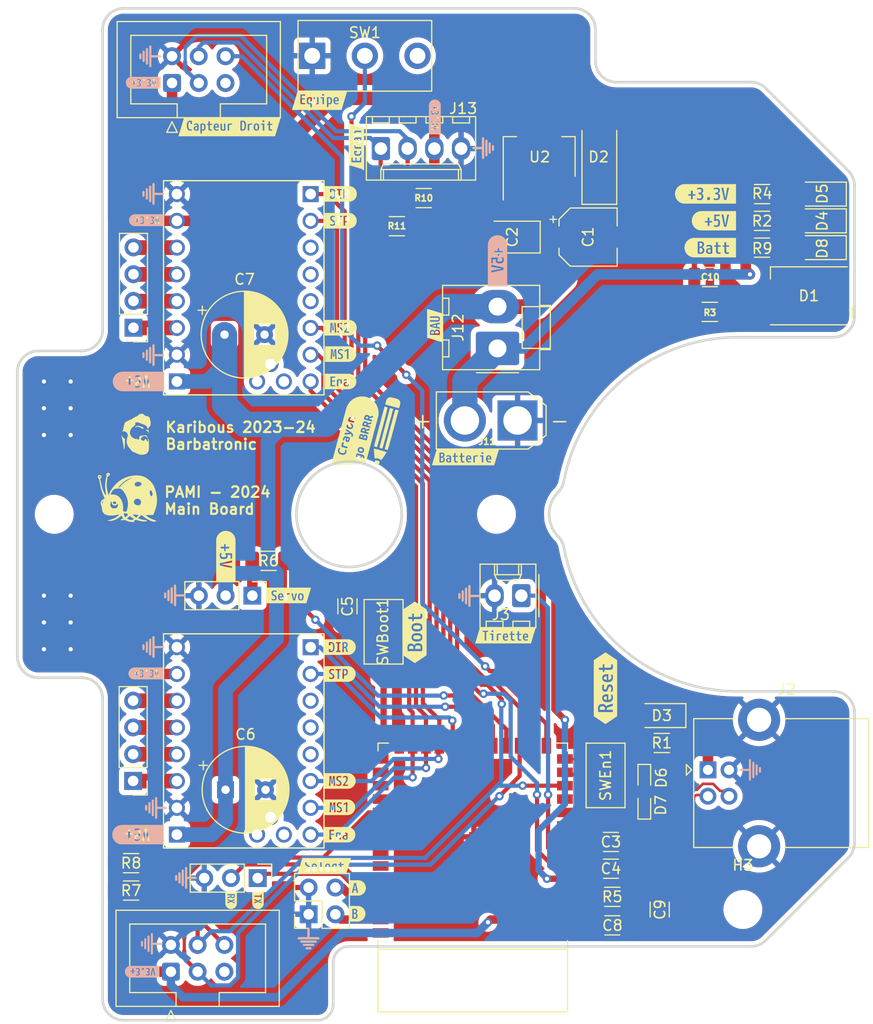
<source format=kicad_pcb>
(kicad_pcb (version 20221018) (generator pcbnew)
  (layers (0 "F.Cu" signal) (31 "B.Cu" signal) (34 "B.Paste" user) (35 "F.Paste" user) (36 "B.SilkS" user "B.Silkscreen") (37 "F.SilkS" user "F.Silkscreen") (38 "B.Mask" user) (39 "F.Mask" user) (44 "Edge.Cuts" user))
  (net 0 "")
  (net 1 "GND")
  (net 2 "Net-(J7-Pin_1)")
  (net 3 "+5VP")
  (net 4 "+3.3V")
  (net 5 "Net-(J7-Pin_2)")
  (net 6 "Net-(J7-Pin_3)")
  (net 7 "Net-(J7-Pin_4)")
  (net 8 "Net-(J8-Pin_1)")
  (net 9 "Net-(J8-Pin_2)")
  (net 10 "Net-(J8-Pin_3)")
  (net 11 "Net-(J8-Pin_4)")
  (net 18 "DAC1")
  (net 19 "DAC2")
  (net 20 "Net-(J2-VBUS)")
  (net 28 "Net-(D1-DIN)")
  (net 29 "Net-(D3-A)")
  (net 30 "Net-(D4-A)")
  (net 31 "BotNum02")
  (net 32 "BotNum01")
  (net 33 "Tirette")
  (net 34 "Net-(D5-A)")
  (net 35 "Chip_PU")
  (net 36 "Boot_Mode")
  (net 37 "LED_Status")
  (net 38 "Net-(J4-Pin_1)")
  (net 39 "Servo")
  (net 45 "Color_Team")
  (net 46 "SCL")
  (net 47 "SDA")
  (net 48 "GPIOI_RIGHT")
  (net 49 "XSHUT_RIGHT")
  (net 50 "GPIOI_LEFT")
  (net 51 "XSHUT_LEFT")
  (net 52 "/TX")
  (net 53 "/RX")
  (net 60 "LeftDir")
  (net 61 "LeftStep")
  (net 62 "LeftMS2")
  (net 63 "LeftMS1")
  (net 64 "EnDriver")
  (net 65 "RightDir")
  (net 66 "RightStep")
  (net 67 "+BATT")
  (net 68 "Net-(D8-A)")
  (net 69 "/D+")
  (net 70 "/D-")
  (footprint "TMC2208_SILENTSTEPSTICK:MODULE_TMC2208_SILENTSTEPSTICK" (layer "F.Cu") (at 115.5 123)
    (fp_text reference "U4" hide)
    (fp_text value "TMC2208_SILENTSTEPSTICK")
  )
  (footprint "LOGO" (layer "F.Cu") (at 121.65 141.75)
    (fp_text reference "G***" hide)
    (fp_text value "LOGO" hide)
  )
  (footprint "Diode_SMD:D_SOD-523" (layer "F.Cu") (at 153.543 129.159 90)
    (fp_text reference "D7")
    (fp_text value "D_TVS_Bidirectional_Generic")
  )
  (footprint "kibuzzard-654231D6" (layer "F.Cu") (at 124.7 83.8)
    (fp_text reference "kibuzzard-654231D6" hide)
    (fp_text value "G***" hide)
  )
  (footprint "kibuzzard-65422A0E" (layer "F.Cu") (at 131.75 112.7 90)
    (fp_text reference "kibuzzard-65422A0E" hide)
    (fp_text value "G***" hide)
  )
  (footprint "kibuzzard-654231D0" (layer "F.Cu") (at 124.7 73.65)
    (fp_text reference "kibuzzard-654231D0" hide)
    (fp_text value "G***" hide)
  )
  (footprint "kibuzzard-65422F57" (layer "F.Cu") (at 126.226012 93.8 75)
    (fp_text reference "kibuzzard-65422F57" hide)
    (fp_text value "G***" hide)
  )
  (footprint "kibuzzard-6542299D" (layer "F.Cu") (at 140.35 113)
    (fp_text reference "kibuzzard-6542299D" hide)
    (fp_text value "G***" hide)
  )
  (footprint "kibuzzard-654231DD" (layer "F.Cu") (at 124.7 88.9)
    (fp_text reference "kibuzzard-654231DD" hide)
    (fp_text value "G***" hide)
  )
  (footprint "kibuzzard-654226B4" (layer "F.Cu") (at 133.65 63.8 -90)
    (fp_text reference "kibuzzard-654226B4" hide)
    (fp_text value "G***" hide)
  )
  (footprint "kibuzzard-65422864" (layer "F.Cu") (at 126.2 66.6 90)
    (fp_text reference "kibuzzard-65422864" hide)
    (fp_text value "G***" hide)
  )
  (footprint "kibuzzard-65423198" (layer "F.Cu") (at 124.6 129.3)
    (fp_text reference "kibuzzard-65423198" hide)
    (fp_text value "G***" hide)
  )
  (footprint "Connector_PinHeader_2.54mm:PinHeader_1x04_P2.54mm_Vertical" (layer "F.Cu") (at 104.996 126.8 180)
    (fp_text reference "J7" hide)
    (fp_text value "LeftMotor")
  )
  (footprint "MountingHole:MountingHole_3.2mm_M3" (layer "F.Cu") (at 97.5 101.5)
    (fp_text reference "H2" hide)
    (fp_text value "MountingHole")
  )
  (footprint "Package_TO_SOT_SMD:SOT-223-3_TabPin2" (layer "F.Cu") (at 143.555 67.58 90)
    (fp_text reference "U2")
    (fp_text value "AMS1117-3.3")
  )
  (footprint "kibuzzard-65423064" (layer "F.Cu") (at 126.3 136.95)
    (fp_text reference "kibuzzard-65423064" hide)
    (fp_text value "G***" hide)
  )
  (footprint "LED_SMD:LED_1206_3216Metric" (layer "F.Cu") (at 155.2 120.6 180)
    (fp_text reference "D3")
    (fp_text value "Blue")
  )
  (footprint "Resistor_SMD:R_1206_3216Metric_Pad1.30x1.75mm_HandSolder" (layer "F.Cu") (at 130.048 74.168 180)
    (fp_text reference "R11")
    (fp_text value "10K")
  )
  (footprint "LOGO" (layer "F.Cu") (at 110 136 -90)
    (fp_text reference "G***" hide)
    (fp_text value "LOGO" hide)
  )
  (footprint "kibuzzard-65423198" (layer "F.Cu") (at 124.7 86.3)
    (fp_text reference "kibuzzard-65423198" hide)
    (fp_text value "G***" hide)
  )
  (footprint "LOGO" (layer "F.Cu") (at 106.9 86.4 -90)
    (fp_text reference "G***" hide)
    (fp_text value "LOGO" hide)
  )
  (footprint "kibuzzard-65422AAE" (layer "F.Cu") (at 159.35 71.1)
    (fp_text reference "kibuzzard-65422AAE" hide)
    (fp_text value "G***" hide)
  )
  (footprint "Button_Switch_SMD:SW_SPST_CK_RS282G05A3" (layer "F.Cu") (at 149.86 126.275 -90)
    (fp_text reference "SWEn1")
    (fp_text value "SW_EN")
  )
  (footprint "Connector_PinHeader_2.54mm:PinHeader_2x02_P2.54mm_Vertical" (layer "F.Cu") (at 121.661 139.451 90)
    (fp_text reference "J1" hide)
    (fp_text value "Selecteur-Robot")
  )
  (footprint "kibuzzard-65231966" (layer "F.Cu") (at 105.45 131.9)
    (fp_text reference "kibuzzard-65231966" hide)
    (fp_text value "G***" hide)
  )
  (footprint "kibuzzard-65231966" (layer "F.Cu") (at 113.8 105.5 -90)
    (fp_text reference "kibuzzard-65231966" hide)
    (fp_text value "G***" hide)
  )
  (footprint "MountingHole:MountingHole_3.2mm_M3" (layer "F.Cu") (at 139.5 101.5)
    (fp_text reference "H1" hide)
    (fp_text value "MountingHole")
  )
  (footprint "LED_SMD:LED_WS2812B_PLCC4_5.0x5.0mm_P3.2mm" (layer "F.Cu") (at 169.164 80.772 180)
    (fp_text reference "D1")
    (fp_text value "WS2812B")
  )
  (footprint "Capacitor_SMD:C_1206_3216Metric" (layer "F.Cu") (at 125.349 110.236 90)
    (fp_text reference "C5")
    (fp_text value "0.1uF")
  )
  (footprint "LOGO" (layer "F.Cu") (at 138.25 66.75 90)
    (fp_text reference "G***" hide)
    (fp_text value "LOGO" hide)
  )
  (footprint "Diode_SMD:D_SMA_Handsoldering" (layer "F.Cu") (at 149.27 67.58 90)
    (fp_text reference "D2")
    (fp_text value "D_Small")
  )
  (footprint "PCM_Espressif:ESP32-S3-WROOM-1" (layer "F.Cu") (at 137.25 132.96 180)
    (fp_text reference "U1" hide)
    (fp_text value "ESP32-S3-WROOM-1")
  )
  (footprint "Resistor_SMD:R_1206_3216Metric_Pad1.30x1.75mm_HandSolder" (layer "F.Cu") (at 150.495 137.795 180)
    (fp_text reference "R5")
    (fp_text value "10K")
  )
  (footprint "LOGO" (layer "F.Cu") (at 136.9 109.25 -90)
    (fp_text reference "G***" hide)
    (fp_text value "LOGO" hide)
  )
  (footprint "Connector_IDC:IDC-Header_2x03_P2.54mm_Vertical" (layer "F.Cu") (at 108.58 144.8975 90)
    (fp_text reference "J6" hide)
    (fp_text value "Sensor_Left")
  )
  (footprint "LOGO" (layer "F.Cu") (at 106.9 71.1 -90)
    (fp_text reference "G***" hide)
    (fp_text value "LOGO" hide)
  )
  (footprint "Capacitor_SMD:C_1206_3216Metric_Pad1.33x1.80mm_HandSolder" (layer "F.Cu") (at 155 139 -90)
    (fp_text reference "C9")
    (fp_text value "10uF")
  )
  (footprint "kibuzzard-65423033" (layer "F.Cu") (at 123.15 134.85)
    (fp_text reference "kibuzzard-65423033" hide)
    (fp_text value "G***" hide)
  )
  (footprint "Connector_PinHeader_2.54mm:PinHeader_1x03_P2.54mm_Vertical" (layer "F.Cu") (at 116.825 136.017 -90)
    (fp_text reference "J10" hide)
    (fp_text value "Serial")
  )
  (footprint "Resistor_SMD:R_1206_3216Metric_Pad1.30x1.75mm_HandSolder" (layer "F.Cu") (at 159.766 82.296 180)
    (fp_text reference "R3")
    (fp_text value "330R")
  )
  (footprint "kibuzzard-654226B4" (layer "F.Cu") (at 106.2 116.6)
    (fp_text reference "kibuzzard-654226B4" hide)
    (fp_text value "G***" hide)
  )
  (footprint "Resistor_SMD:R_1206_3216Metric_Pad1.30x1.75mm_HandSolder" (layer "F.Cu") (at 164.719 76.2 180)
    (fp_text reference "R9")
    (fp_text value "1K")
  )
  (footprint "LOGO" (layer "F.Cu") (at 108.95 109.2 -90)
    (fp_text reference "G***" hide)
    (fp_text value "LOGO" hide)
  )
  (footprint "kibuzzard-65422987" (layer "F.Cu") (at 136.55 96.1)
    (fp_text reference "kibuzzard-65422987" hide)
    (fp_text value "G***" hide)
  )
  (footprint "kibuzzard-65423077" (layer "F.Cu") (at 126.3 139.4)
    (fp_text reference "kibuzzard-65423077" hide)
    (fp_text value "G***" hide)
  )
  (footprint "MountingHole:MountingHole_3.2mm_M3" (layer "F.Cu") (at 162.9 139)
    (fp_text reference "H3")
    (fp_text value "MountingHole")
  )
  (footprint "kibuzzard-654229BB" (layer "F.Cu") (at 119.75 109.2)
    (fp_text reference "kibuzzard-654229BB" hide)
    (fp_text value "G***" hide)
  )
  (footprint "Connector_USB:USB_B_Lumberg_2411_02_Horizontal" (layer "F.Cu") (at 159.5825 125.75)
    (fp_text reference "J2")
    (fp_text value "USB_B")
  )
  (footprint "LOGO" (layer "F.Cu") (at 129.1 93.55 15)
    (fp_text reference "G***" hide)
    (fp_text value "LOGO" hide)
  )
  (footprint "kibuzzard-654231D6" (layer "F.Cu") (at 124.6 126.8)
    (fp_text reference "kibuzzard-654231D6" hide)
    (fp_text value "G***" hide)
  )
  (footprint "Capacitor_THT:CP_Radial_D8.0mm_P3.80mm" (layer "F.Cu") (at 113.767349 127.635)
    (fp_text reference "C6")
    (fp_text value "100uF")
  )
  (footprint "kibuzzard-654226B4" (layer "F.Cu") (at 106.25 73.6)
    (fp_text reference "kibuzzard-654226B4" hide)
    (fp_text value "G***" hide)
  )
  (footprint "kibuzzard-654226B4" (layer "F.Cu") (at 105.95 60.55)
    (fp_text reference "kibuzzard-654226B4" hide)
    (fp_text value "G***" hide)
  )
  (footprint "Capacitor_SMD:CP_Elec_5x5.4" (layer "F.Cu") (at 148.2 75.2)
    (fp_text reference "C1")
    (fp_text value "10uF")
  )
  (footprint "LED_SMD:LED_1206_3216Metric" (layer "F.Cu") (at 170.434 73.66 180)
    (fp_text reference "D4")
    (fp_text value "Red")
  )
  (footprint "kibuzzard-65422827" (layer "F.Cu") (at 114.15 64.75)
    (fp_text reference "kibuzzard-65422827" hide)
    (fp_text value "G***" hide)
  )
  (footprint "Resistor_SMD:R_1206_3216Metric_Pad1.30x1.75mm_HandSolder" (layer "F.Cu") (at 155.2 123.2)
    (fp_text reference "R1")
    (fp_text value "1K")
  )
  (footprint "kibuzzard-654231C8" (layer "F.Cu") (at 124.6 114.1)
    (fp_text reference "kibuzzard-654231C8" hide)
    (fp_text value "G***" hide)
  )
  (footprint "Resistor_SMD:R_1206_3216Metric_Pad1.30x1.75mm_HandSolder" (layer "F.Cu") (at 104.8 137.2)
    (fp_text reference "R7")
    (fp_text value "10K")
  )
  (footprint "Capacitor_SMD:C_1206_3216Metric_Pad1.33x1.80mm_HandSolder" (layer "F.Cu") (at 150.5 140.5)
    (fp_text reference "C8")
    (fp_text value "0.1uF")
  )
  (footprint "LOGO" (layer "F.Cu") (at 106.6 58.05 -90)
    (fp_text reference "G***" hide)
    (fp_text value "LOGO" hide)
  )
  (footprint "Connector_Molex:Molex_KK-254_AE-6410-04A_1x04_P2.54mm_Vertical" (layer "F.Cu") (at 128.52 66.8)
    (fp_text reference "J13")
    (fp_text value "OLED")
  )
  (footprint "TMC2208_SILENTSTEPSTICK:MODULE_TMC2208_SILENTSTEPSTICK" (layer "F.Cu") (at 115.5 80.01)
    (fp_text reference "U5" hide)
    (fp_text value "TMC2208_SILENTSTEPSTICK")
  )
  (footprint "kibuzzard-65231966" (layer "F.Cu") (at 105.5 88.9)
    (fp_text reference "kibuzzard-65231966" hide)
    (fp_text value "G***" hide)
  )
  (footprint "LOGO" (layer "F.Cu") (at 104.45 99.9)
    (fp_text reference "G***" hide)
    (fp_text value "LOGO" hide)
  )
  (footprint "kibuzzard-65422AB6" (layer "F.Cu") (at 160.15 73.65)
    (fp_text reference "kibuzzard-65422AB6" hide)
    (fp_text value "G***" hide)
  )
  (footprint "Resistor_SMD:R_1206_3216Metric_Pad1.30x1.75mm_HandSolder" (layer "F.Cu") (at 132.588 71.501 180)
    (fp_text reference "R10")
    (fp_text value "10K")
  )
  (footprint "Connector_PinHeader_2.54mm:PinHeader_1x04_P2.54mm_Vertical" (layer "F.Cu") (at 105.0255 83.8 180)
    (fp_text reference "J8" hide)
    (fp_text value "RightMotor")
  )
  (footprint "kibuzzard-65422975" (layer "F.Cu") (at 133.65 83.6 90)
    (fp_text reference "kibuzzard-65422975" hide)
    (fp_text value "G***" hide)
  )
  (footprint "Capacitor_SMD:C_1206_3216Metric" (layer "F.Cu") (at 150.368 132.588)
    (fp_text reference "C3")
    (fp_text value "1uF/16V")
  )
  (footprint "footprints:SK-12D10 1P2T" (layer "F.Cu") (at 127 58)
    (fp_text reference "SW1")
    (fp_text value "SW_SPDT")
  )
  (footprint "Connector_AMASS:AMASS_XT30U-F_1x02_P5.0mm_Vertical" (layer "F.Cu") (at 141.5 92.6 180)
    (fp_text reference "J11")
    (fp_text value "Con_Batt")
  )
  (footprint "kibuzzard-65422A22" (layer "F.Cu") (at 149.85 118 90)
    (fp_text reference "kibuzzard-65422A22" hide)
    (fp_text value "G***" hide)
  )
  (footprint "LOGO" (layer "F.Cu") (at 107.15 129.35 -90)
    (fp_text reference "G***" hide)
    (fp_text value "LOGO" hide)
  )
  (footprint "Capacitor_SMD:C_1206_3216Metric" (layer "F.Cu") (at 150.368 135.128)
    (fp_text reference "C4")
    (fp_text value "0.1uF")
  )
  (footprint "kibuzzard-654231D0" (layer "F.Cu") (at 124.6 116.65)
    (fp_text reference "kibuzzard-654231D0" hide)
    (fp_text value "G***" hide)
  )
  (footprint "kibuzzard-654231DD" (layer "F.Cu") (at 124.6 131.9)
    (fp_text reference "kibuzzard-654231DD" hide)
    (fp_text value "G***" hide)
  )
  (footprint "LED_SMD:LED_1206_3216Metric" (layer "F.Cu") (at 170.434 71.12 180)
    (fp_text reference "D5")
    (fp_text value "Green")
  )
  (footprint "Resistor_SMD:R_1206_3216Metric_Pad1.30x1.75mm_HandSolder" (layer "F.Cu") (at 164.719 71.12 180)
    (fp_text reference "R4")
    (fp_text value "1K")
  )
  (footprint "Connector_PinHeader_2.54mm:PinHeader_1x03_P2.54mm_Vertical" (layer "F.Cu") (at 116.317 109.22 -90)
    (fp_text reference "J4" hide)
    (fp_text value "Servo")
  )
  (footprint "kibuzzard-6542315C" (layer "F.Cu") (at 116.85 138.15 -90)
    (fp_text reference "kibuzzard-6542315C" hide)
    (fp_text value "G***" hide)
  )
  (footprint "Resistor_SMD:R_1206_3216Metric_Pad1.30x1.75mm_HandSolder" (layer "F.Cu") (at 104.8 134.6)
    (fp_text reference "R8")
    (fp_text value "10K")
  )
  (footprint "Resistor_SMD:R_1206_3216Metric_Pad1.30x1.75mm_HandSolder" (layer "F.Cu") (at 164.719 73.66 180)
    (fp_text reference "R2")
    (fp_text value "1K")
  )
  (footprint "LED_SMD:LED_1206_3216Metric" (layer "F.Cu") (at 170.434 76.2 180)
    (fp_text reference "D8")
    (fp_text value "Red")
  )
  (footprint "LOGO" (layer "F.Cu") (at 105.25 93.9)
    (fp_text reference "G***" hide)
    (fp_text value "LOGO" hide)
  )
  (footprint "kibuzzard-654230EB" (layer "F.Cu") (at 114.3 138.15 -90)
    (fp_text reference "kibuzzard-654230EB" hide)
    (fp_text value "G***" hide)
  )
  (footprint "Resistor_SMD:R_1206_3216Metric_Pad1.30x1.75mm_HandSolder" (layer "F.Cu") (at 117.856 105.918 180)
    (fp_text reference "R6")
    (fp_text value "330R")
  )
  (footprint "Connector_Molex:Molex_KK-396_A-41791-0002_1x02_P3.96mm_Vertical" (layer "F.Cu") (at 139.6 85.76 90)
    (fp_text reference "J12")
    (fp_text value "BAU")
  )
  (footprint "Connector_Molex:Molex_KK-254_AE-6410-02A_1x02_P2.54mm_Vertical" (layer "F.Cu") (at 141.859 109.22 180)
    (fp_text reference "J3")
    (fp_text value "Tirette")
  )
  (footprint "kibuzzard-65422AC7" (layer "F.Cu") (at 159.8 76.2)
    (fp_text reference "kibuzzard-65422AC7" hide)
    (fp_text value "G***" hide)
  )
  (footprint "Capacitor_THT:CP_Radial_D8.0mm_P3.80mm" (layer "F.Cu") (at 113.675 84.455)
    (fp_text reference "C7")
    (fp_text value "100uF")
  )
  (footprint "Capacitor_SMD:C_1206_3216Metric" (layer "F.Cu") (at 159.766 78.994)
    (fp_text reference "C10")
    (fp_text value "0.1uF")
  )
  (footprint "Diode_SMD:D_SOD-523" (layer "F.Cu") (at 153.543 126.492 -90)
    (fp_text reference "D6")
    (fp_text value "D_TVS_Bidirectional_Generic")
  )
  (footprint "kibuzzard-654231C8" (layer "F.Cu") (at 124.7 71.1)
    (fp_text reference "kibuzzard-654231C8" hide)
    (fp_text value "G***" hide)
  )
  (footprint "Button_Switch_SMD:SW_SPST_CK_RS282G05A3" (layer "F.Cu") (at 128.778 112.649 -90)
    (fp_text reference "SWBoot1")
    (fp_text value "SW_Boot")
  )
  (footprint "Capacitor_Tantalum_SMD:CP_EIA-3528-12_Kemet-T_Pad1.50x2.35mm_HandSolder" (layer "F.Cu") (at 141.015 75.2 180)
    (fp_text reference "C2")
    (fp_text value "22uF")
  )
  (footprint "LOGO" (layer "F.Cu") (at 106.9 114.1 -90)
    (fp_text reference "G***" hide)
    (fp_text value "LOGO" hide)
  )
  (footprint "kibuzzard-6542284D" (layer "F.Cu") (at 122.7 62.25)
    (fp_text reference "kibuzzard-6542284D" hide)
    (fp_text value "G***" hide)
  )
  (footprint "Connector_IDC:IDC-Header_2x03_P2.54mm_Vertical" (layer "F.Cu") (at 108.686271 60.579469 90)
    (fp_text reference "J5" hide)
    (fp_text value "Sensor_Right")
  )
  (footprint "LOGO" (layer "B.Cu") (at 138.25 66.75 -90)
    (fp_text reference "G***" hide)
    (fp_text value "LOGO" hide)
  )
  (footprint "LOGO" (layer "B.Cu") (at 110 136 90)
    (fp_text reference "G***" hide)
    (fp_text value "LOGO" hide)
  )
  (footprint "LOGO" (layer "B.Cu") (at 106.6 58.05 90)
    (fp_text reference "G***" hide)
    (fp_text value "LOGO" hide)
  )
  (footprint "kibuzzard-654226B4" (layer "B.Cu") (at 105.85 144.9)
    (fp_text reference "kibuzzard-654226B4" hide)
    (fp_text value "G***" hide)
  )
  (footprint "kibuzzard-654226B4" (layer "B.Cu") (at 105.95 60.55)
    (fp_text reference "kibuzzard-654226B4" hide)
    (fp_text value "G***" hide)
  )
  (footprint "LOGO" (layer "B.Cu") (at 121.65 141.75 180)
    (fp_text reference "G***" hide)
    (fp_text value "LOGO" hide)
  )
  (footprint "LOGO" (layer "B.Cu") (at 136.9 109.25 90)
    (fp_text reference "G***" hide)
    (fp_text value "LOGO" hide)
  )
  (footprint "LOGO" (layer "B.Cu") (at 106.9 71.1 90)
    (fp_text reference "G***" hide)
    (fp_text value "LOGO" hide)
  )
  (footprint "kibuzzard-65231966" (layer "B.Cu") (at 105.5 88.9)
    (fp_text reference "kibuzzard-65231966" hide)
    (fp_text value "G***" hide)
  )
  (footprint "LOGO" (layer "B.Cu") (at 106.75 142.25 90)
    (fp_text reference "G***" hide)
    (fp_text value "LOGO" hide)
  )
  (footprint "kibuzzard-654226B4" (layer "B.Cu") (at 106.2 116.6)
    (fp_text reference "kibuzzard-654226B4" hide)
    (fp_text value "G***" hide)
  )
  (footprint "LOGO" (layer "B.Cu") (at 163.6 125.75 -90)
    (fp_text reference "G***" hide)
    (fp_text value "LOGO" hide)
  )
  (footprint "LOGO" (layer "B.Cu") (at 107.15 129.35 90)
    (fp_text reference "G***" hide)
    (fp_text value "LOGO" hide)
  )
  (footprint "kibuzzard-654226B4" (layer "B.Cu") (at 106.25 73.6)
    (fp_text reference "kibuzzard-654226B4" hide)
    (fp_text value "G***" hide)
  )
  (footprint "kibuzzard-65231966" (layer "B.Cu") (at 139.6 77.45 -90)
    (fp_text reference "kibuzzard-65231966" hide)
    (fp_text value "G***" hide)
  )
  (footprint "kibuzzard-65231966" (layer "B.Cu") (at 105.45 131.9)
    (fp_text reference "kibuzzard-65231966" hide)
    (fp_text value "G***" hide)
  )
  (footprint "LOGO" (layer "B.Cu") (at 108.95 109.2 90)
    (fp_text reference "G***" hide)
    (fp_text value "LOGO" hide)
  )
  (footprint "LOGO" (layer "B.Cu") (at 106.9 86.4 90)
    (fp_text reference "G***" hide)
    (fp_text value "LOGO" hide)
  )
  (footprint "kibuzzard-654226B4" (layer "B.Cu") (at 133.65 63.8 -90)
    (fp_text reference "kibuzzard-654226B4" hide)
    (fp_text value "G***" hide)
  )
  (footprint "LOGO" (layer "B.Cu") (at 106.9 114.1 90)
    (fp_text reference "G***" hide)
    (fp_text value "LOGO" hide)
  )
  (gr_line locked (start 94.010325 87.795507) (end 94.023043 87.695413) (stroke (width 0.249999)) (layer "Edge.Cuts"))
  (gr_line locked (start 101.702678 117.803351) (end 101.758438 117.881764) (stroke (width 0.249999)) (layer "Edge.Cuts"))
  (gr_line locked (start 144.71427 100.384623) (end 144.66405 100.51956) (stroke (width 0.249999)) (layer "Edge.Cuts"))
  (gr_line locked (start 171.499989 84.699997) (end 162.399991 84.699997) (stroke (width 0.249999)) (layer "Edge.Cuts"))
  (gr_line locked (start 173.308233 133.526135) (end 173.264384 133.61335) (stroke (width 0.249999)) (layer "Edge.Cuts"))
  (gr_line locked (start 147.303074 53.540628) (end 147.399837 53.562959) (stroke (width 0.249999)) (layer "Edge.Cuts"))
  (gr_line locked (start 147.283054 108.834056) (end 147.614057 109.480464) (stroke (width 0.249999)) (layer "Edge.Cuts"))
  (gr_line locked (start 96 86) (end 100.099999 86) (stroke (width 0.249999)) (layer "Edge.Cuts"))
  (gr_line locked (start 171.999833 84.637033) (end 171.90307 84.659365) (stroke (width 0.249999)) (layer "Edge.Cuts"))
  (gr_line locked (start 94.023043 115.304584) (end 94.010325 115.20449) (stroke (width 0.249999)) (layer "Edge.Cuts"))
  (gr_line locked (start 102.755232 148.980445) (end 102.685774 148.914223) (stroke (width 0.249999)) (layer "Edge.Cuts"))
  (gr_arc locked (start 123.999996 144) (mid 124.439337 142.939337) (end 125.5 142.499996) (stroke (width 0.249999)) (layer "Edge.Cuts"))
  (gr_line locked (start 102.097396 84.102922) (end 102.099998 84) (stroke (width 0.249999)) (layer "Edge.Cuts"))
  (gr_line locked (start 100.202922 85.997398) (end 100.304493 85.989674) (stroke (width 0.249999)) (layer "Edge.Cuts"))
  (gr_line locked (start 145.764393 104.20576) (end 145.792241 104.273572) (stroke (width 0.249999)) (layer "Edge.Cuts"))
  (gr_line locked (start 149.946661 60.258615) (end 150.032897 60.302782) (stroke (width 0.249999)) (layer "Edge.Cuts"))
  (gr_line locked (start 122.704457 97.353922) (end 122.907323 97.223867) (stroke (width 0.249999)) (layer "Edge.Cuts"))
  (gr_line locked (start 173.107538 69.138545) (end 173.163965 69.218824) (stroke (width 0.249999)) (layer "Edge.Cuts"))
  (gr_line locked (start 120.557607 102.26145) (end 120.52581 102.01122) (stroke (width 0.249999)) (layer "Edge.Cuts"))
  (gr_line locked (start 156.626528 117.278959) (end 157.311067 117.512954) (stroke (width 0.249999)) (layer "Edge.Cuts"))
  (gr_line locked (start 103.895505 53.510324) (end 103.997076 53.502601) (stroke (width 0.249999)) (layer "Edge.Cuts"))
  (gr_line locked (start 171.602912 118.302601) (end 171.704484 118.310324) (stroke (width 0.249999)) (layer "Edge.Cuts"))
  (gr_line locked (start 120.65741 100.250423) (end 120.724787 100.013154) (stroke (width 0.249999)) (layer "Edge.Cuts"))
  (gr_line locked (start 103.412319 53.621355) (end 103.505249 53.589912) (stroke (width 0.249999)) (layer "Edge.Cuts"))
  (gr_line locked (start 150.305244 60.410085) (end 150.400152 60.437035) (stroke (width 0.249999)) (layer "Edge.Cuts"))
  (gr_line locked (start 173.497387 120.197076) (end 173.499989 120.299999) (stroke (width 0.249999)) (layer "Edge.Cuts"))
  (gr_line locked (start 94.157165 87.221497) (end 94.197216 87.132904) (stroke (width 0.249999)) (layer "Edge.Cuts"))
  (gr_line locked (start 100.967095 85.802783) (end 101.053331 85.758617) (stroke (width 0.249999)) (layer "Edge.Cuts"))
  (gr_line locked (start 123.553779 96.892925) (end 123.780836 96.803399) (stroke (width 0.249999)) (layer "Edge.Cuts"))
  (gr_line locked (start 95.897077 116.997394) (end 95.795506 116.989671) (stroke (width 0.249999)) (layer "Edge.Cuts"))
  (gr_line locked (start 145.065813 103.254173) (end 145.156209 103.372964) (stroke (width 0.249999)) (layer "Edge.Cuts"))
  (gr_line locked (start 101.858615 84.953332) (end 101.902782 84.867095) (stroke (width 0.249999)) (layer "Edge.Cuts"))
  (gr_line locked (start 125.757294 106.49349) (end 125.499995 106.499996) (stroke (width 0.249999)) (layer "Edge.Cuts"))
  (gr_line locked (start 154.025902 116.065086) (end 154.653859 116.408937) (stroke (width 0.249999)) (layer "Edge.Cuts"))
  (gr_line locked (start 101.053331 85.758617) (end 101.137085 85.71046) (stroke (width 0.249999)) (layer "Edge.Cuts"))
  (gr_line locked (start 145.065813 99.745819) (end 144.982112 99.867942) (stroke (width 0.249999)) (layer "Edge.Cuts"))
  (gr_line locked (start 102.685774 148.914223) (end 102.619552 148.844766) (stroke (width 0.249999)) (layer "Edge.Cuts"))
  (gr_line locked (start 146.050223 105.364014) (end 146.237881 106.087589) (stroke (width 0.249999)) (layer "Edge.Cuts"))
  (gr_line locked (start 173.302774 119.4329) (end 173.342825 119.521493) (stroke (width 0.249999)) (layer "Edge.Cuts"))
  (gr_line locked (start 173.107545 133.861454) (end 173.047062 133.939095) (stroke (width 0.249999)) (layer "Edge.Cuts"))
  (gr_line locked (start 164.613347 142.264387) (end 164.526132 142.308237) (stroke (width 0.249999)) (layer "Edge.Cuts"))
  (gr_line locked (start 100.304493 117.010321) (end 100.404586 117.02304) (stroke (width 0.249999)) (layer "Edge.Cuts"))
  (gr_line locked (start 122.31954 105.35824) (end 122.138117 105.201087) (stroke (width 0.249999)) (layer "Edge.Cuts"))
  (gr_line locked (start 101.296644 117.397316) (end 101.372197 117.456689) (stroke (width 0.249999)) (layer "Edge.Cuts"))
  (gr_line locked (start 100.694749 117.08991) (end 100.787678 117.121352) (stroke (width 0.249999)) (layer "Edge.Cuts"))
  (gr_line locked (start 173.499989 70.328398) (end 173.499989 82.699997) (stroke (width 0.249999)) (layer "Edge.Cuts"))
  (gr_line locked (start 160.163198 84.84846) (end 159.434639 84.962195) (stroke (width 0.249999)) (layer "Edge.Cuts"))
  (gr_line locked (start 101.218231 117.341557) (end 101.296644 117.397316) (stroke (width 0.249999)) (layer "Edge.Cuts"))
  (gr_line locked (start 145.502905 99.234168) (end 145.456458 99.291259) (stroke (width 0.249999)) (layer "Edge.Cuts"))
  (gr_line locked (start 144.530129 101.074683) (end 144.513389 101.216027) (stroke (width 0.249999)) (layer "Edge.Cuts"))
  (gr_line locked (start 145.878488 98.445406) (end 145.860768 98.516995) (stroke (width 0.249999)) (layer "Edge.Cuts"))
  (gr_line locked (start 94.519553 116.344764) (end 94.456692 116.272196) (stroke (width 0.249999)) (layer "Edge.Cuts"))
  (gr_line locked (start 164.698411 60.783719) (end 164.781167 60.836022) (stroke (width 0.249999)) (layer "Edge.Cuts"))
  (gr_line locked (start 103.895505 149.489671) (end 103.795411 149.476952) (stroke (width 0.249999)) (layer "Edge.Cuts"))
  (gr_line locked (start 172.537079 118.589537) (end 172.618225 118.641558) (stroke (width 0.249999)) (layer "Edge.Cuts"))
  (gr_line locked (start 145.547148 99.175505) (end 145.502905 99.234168) (stroke (width 0.249999)) (layer "Edge.Cuts"))
  (gr_line locked (start 101.942833 84.778503) (end 101.978642 84.687679) (stroke (width 0.249999)) (layer "Edge.Cuts"))
  (gr_line locked (start 147.399837 53.562959) (end 147.494746 53.589909) (stroke (width 0.249999)) (layer "Edge.Cuts"))
  (gr_line locked (start 127.6677 96.993055) (end 127.88329 97.103473) (stroke (width 0.249999)) (layer "Edge.Cuts"))
  (gr_line locked (start 103.795411 53.523042) (end 103.895505 53.510324) (stroke (width 0.249999)) (layer "Edge.Cuts"))
  (gr_line locked (start 126.98684 96.72479) (end 127.219161 96.803399) (stroke (width 0.249999)) (layer "Edge.Cuts"))
  (gr_line locked (start 147.767092 53.697213) (end 147.853328 53.741379) (stroke (width 0.249999)) (layer "Edge.Cuts"))
  (gr_line locked (start 103.321496 53.657164) (end 103.412319 53.621355) (stroke (width 0.249999)) (layer "Edge.Cuts"))
  (gr_line locked (start 173.163965 69.218824) (end 173.216268 69.30158) (stroke (width 0.249999)) (layer "Edge.Cuts"))
  (gr_line locked (start 100.59984 117.062959) (end 100.694749 117.08991) (stroke (width 0.249999)) (layer "Edge.Cuts"))
  (gr_line locked (start 144.513389 101.783965) (end 144.530129 101.925309) (stroke (width 0.249999)) (layer "Edge.Cuts"))
  (gr_line locked (start 148.096641 53.897316) (end 148.172194 53.956689) (stroke (width 0.249999)) (layer "Edge.Cuts"))
  (gr_line locked (start 128.092674 97.223867) (end 128.29554 97.353922) (stroke (width 0.249999)) (layer "Edge.Cuts"))
  (gr_line locked (start 102.010085 118.405246) (end 102.037035 118.500155) (stroke (width 0.249999)) (layer "Edge.Cuts"))
  (gr_line locked (start 160.9008 118.233583) (end 161.646659 118.283287) (stroke (width 0.249999)) (layer "Edge.Cuts"))
  (gr_line locked (start 102.257164 54.721495) (end 102.297215 54.632903) (stroke (width 0.249999)) (layer "Edge.Cuts"))
  (gr_line locked (start 102.297215 148.367095) (end 102.257164 148.278502) (stroke (width 0.249999)) (layer "Edge.Cuts"))
  (gr_line locked (start 123.780836 106.196598) (end 123.553779 106.107071) (stroke (width 0.249999)) (layer "Edge.Cuts"))
  (gr_line locked (start 145.156209 103.372964) (end 145.253302 103.488167) (stroke (width 0.249999)) (layer "Edge.Cuts"))
  (gr_line locked (start 121.223867 104.09268) (end 121.103472 103.883295) (stroke (width 0.249999)) (layer "Edge.Cuts"))
  (gr_line locked (start 95.132904 116.80278) (end 95.046667 116.758614) (stroke (width 0.249999)) (layer "Edge.Cuts"))
  (gr_line locked (start 94.121356 115.687676) (end 94.089913 115.594747) (stroke (width 0.249999)) (layer "Edge.Cuts"))
  (gr_line locked (start 120.557607 100.73855) (end 120.601578 100.492326) (stroke (width 0.249999)) (layer "Edge.Cuts"))
  (gr_line locked (start 94.881767 116.658436) (end 94.803355 116.602677) (stroke (width 0.249999)) (layer "Edge.Cuts"))
  (gr_line locked (start 148.923038 58.804586) (end 148.940626 58.903077) (stroke (width 0.249999)) (layer "Edge.Cuts"))
  (gr_line locked (start 102.037035 118.500155) (end 102.059367 118.596918) (stroke (width 0.249999)) (layer "Edge.Cuts"))
  (gr_line locked (start 101.372197 85.543307) (end 101.444766 85.480446) (stroke (width 0.249999)) (layer "Edge.Cuts"))
  (gr_line locked (start 130.275203 100.013154) (end 130.34258 100.250423) (stroke (width 0.249999)) (layer "Edge.Cuts"))
  (gr_line locked (start 173.342825 119.521493) (end 173.378634 119.612317) (stroke (width 0.249999)) (layer "Edge.Cuts"))
  (gr_line locked (start 102.123042 55.195411) (end 102.14063 55.09692) (stroke (width 0.249999)) (layer "Edge.Cuts"))
  (gr_line locked (start 100.878502 117.157162) (end 100.967095 117.197213) (stroke (width 0.249999)) (layer "Edge.Cuts"))
  (gr_line locked (start 148.876951 55.195409) (end 148.889669 55.295503) (stroke (width 0.249999)) (layer "Edge.Cuts"))
  (gr_line locked (start 94.585775 86.585775) (end 94.655233 86.519553) (stroke (width 0.249999)) (layer "Edge.Cuts"))
  (gr_line locked (start 94.121356 87.312321) (end 94.157165 87.221497) (stroke (width 0.249999)) (layer "Edge.Cuts"))
  (gr_line locked (start 173.258608 119.346664) (end 173.302774 119.4329) (stroke (width 0.249999)) (layer "Edge.Cuts"))
  (gr_line locked (start 94.727801 116.543304) (end 94.655233 116.480444) (stroke (width 0.249999)) (layer "Edge.Cuts"))
  (gr_line locked (start 163.869255 142.49021) (end 163.770759 142.497538) (stroke (width 0.249999)) (layer "Edge.Cuts"))
  (gr_line locked (start 164.159071 142.43968) (end 164.063575 142.461213) (stroke (width 0.249999)) (layer "Edge.Cuts"))
  (gr_line locked (start 145.89359 104.626957) (end 146.050223 105.364014) (stroke (width 0.249999)) (layer "Edge.Cuts"))
  (gr_line locked (start 129.358236 104.680461) (end 129.201083 104.861884) (stroke (width 0.249999)) (layer "Edge.Cuts"))
  (gr_line locked (start 103.997076 53.502601) (end 104.099998 53.499998) (stroke (width 0.249999)) (layer "Edge.Cuts"))
  (gr_line locked (start 102.981766 149.158437) (end 102.903354 149.102678) (stroke (width 0.249999)) (layer "Edge.Cuts"))
  (gr_line locked (start 94.962913 86.28954) (end 95.046667 86.241383) (stroke (width 0.249999)) (layer "Edge.Cuts"))
  (gr_line locked (start 100.099999 116.999996) (end 96 116.999996) (stroke (width 0.249999)) (layer "Edge.Cuts"))
  (gr_line locked (start 94.241383 115.95333) (end 94.197216 115.867093) (stroke (width 0.249999)) (layer "Edge.Cuts"))
  (gr_line locked (start 173.478072 70.033074) (end 173.490203 70.130734) (stroke (width 0.249999)) (layer "Edge.Cuts"))
  (gr_line locked (start 150.032897 60.302782) (end 150.12149 60.342833) (stroke (width 0.249999)) (layer "Edge.Cuts"))
  (gr_line locked (start 172.982582 68.986067) (end 173.047055 69.060904) (stroke (width 0.249999)) (layer "Edge.Cuts"))
  (gr_line locked (start 124.013156 96.72479) (end 124.250424 96.657413) (stroke (width 0.249999)) (layer "Edge.Cuts"))
  (gr_line locked (start 154.653859 86.59106) (end 154.025902 86.934911) (stroke (width 0.249999)) (layer "Edge.Cuts"))
  (gr_line locked (start 126.011215 96.525814) (end 126.261445 96.557611) (stroke (width 0.249999)) (layer "Edge.Cuts"))
  (gr_line locked (start 144.513389 101.216027) (end 144.503345 101.357883) (stroke (width 0.249999)) (layer "Edge.Cuts"))
  (gr_line locked (start 101.758438 85.118232) (end 101.810459 85.037086) (stroke (width 0.249999)) (layer "Edge.Cuts"))
  (gr_line locked (start 100.404586 117.02304) (end 100.503078 117.040628) (stroke (width 0.249999)) (layer "Edge.Cuts"))
  (gr_line locked (start 150.797072 60.497396) (end 150.899995 60.499998) (stroke (width 0.249999)) (layer "Edge.Cuts"))
  (gr_line locked (start 120.803396 103.219166) (end 120.724787 102.986846) (stroke (width 0.249999)) (layer "Edge.Cuts"))
  (gr_line locked (start 102.903354 53.897319) (end 102.981766 53.841559) (stroke (width 0.249999)) (layer "Edge.Cuts"))
  (gr_line locked (start 102.089673 118.795503) (end 102.097396 118.897074) (stroke (width 0.249999)) (layer "Edge.Cuts"))
  (gr_line locked (start 101.978642 84.687679) (end 102.010085 84.59475) (stroke (width 0.249999)) (layer "Edge.Cuts"))
  (gr_line locked (start 163.966915 142.478079) (end 163.869255 142.49021) (stroke (width 0.249999)) (layer "Edge.Cuts"))
  (gr_line locked (start 173.102671 119.103351) (end 173.158431 119.181764) (stroke (width 0.249999)) (layer "Edge.Cuts"))
  (gr_line locked (start 152.819097 115.30052) (end 153.414053 115.695397) (stroke (width 0.249999)) (layer "Edge.Cuts"))
  (gr_line locked (start 173.158431 83.818229) (end 173.102671 83.896641) (stroke (width 0.249999)) (layer "Edge.Cuts"))
  (gr_line locked (start 172.914217 118.885772) (end 172.980439 118.955229) (stroke (width 0.249999)) (layer "Edge.Cuts"))
  (gr_line locked (start 129.646071 104.295544) (end 129.50667 104.491576) (stroke (width 0.249999)) (layer "Edge.Cuts"))
  (gr_line locked (start 129.776126 98.907319) (end 129.89652 99.116704) (stroke (width 0.249999)) (layer "Edge.Cuts"))
  (gr_line locked (start 122.907323 105.77613) (end 122.704457 105.646075) (stroke (width 0.249999)) (layer "Edge.Cuts"))
  (gr_line locked (start 150.212314 60.378642) (end 150.305244 60.410085) (stroke (width 0.249999)) (layer "Edge.Cuts"))
  (gr_line locked (start 145.407842 103.653278) (end 145.456458 103.708734) (stroke (width 0.249999)) (layer "Edge.Cuts"))
  (gr_line locked (start 129.646071 98.704453) (end 129.776126 98.907319) (stroke (width 0.249999)) (layer "Edge.Cuts"))
  (gr_line locked (start 126.749571 96.657413) (end 126.98684 96.72479) (stroke (width 0.249999)) (layer "Edge.Cuts"))
  (gr_line locked (start 147.614057 109.480464) (end 147.971374 110.109487) (stroke (width 0.249999)) (layer "Edge.Cuts"))
  (gr_line locked (start 102.221354 54.812319) (end 102.257164 54.721495) (stroke (width 0.249999)) (layer "Edge.Cuts"))
  (gr_line locked (start 94.241383 87.046668) (end 94.289539 86.962914) (stroke (width 0.249999)) (layer "Edge.Cuts"))
  (gr_line locked (start 127.446219 96.892925) (end 127.6677 96.993055) (stroke (width 0.249999)) (layer "Edge.Cuts"))
  (gr_line locked (start 102.8278 53.956691) (end 102.903354 53.897319) (stroke (width 0.249999)) (layer "Edge.Cuts"))
  (gr_line locked (start 173.216268 69.30158) (end 173.264379 69.386647) (stroke (width 0.249999)) (layer "Edge.Cuts"))
  (gr_line locked (start 145.860768 104.483001) (end 145.878488 104.554589) (stroke (width 0.249999)) (layer "Edge.Cuts"))
  (gr_line locked (start 103.795411 149.476952) (end 103.69692 149.459365) (stroke (width 0.249999)) (layer "Edge.Cuts"))
  (gr_line locked (start 165.085797 141.914203) (end 165.013928 141.982595) (stroke (width 0.249999)) (layer "Edge.Cuts"))
  (gr_line locked (start 172.772191 84.243304) (end 172.696637 84.302676) (stroke (width 0.249999)) (layer "Edge.Cuts"))
  (gr_line locked (start 144.583698 102.205433) (end 144.620526 102.343702) (stroke (width 0.249999)) (layer "Edge.Cuts"))
  (gr_line locked (start 94.002602 87.897077) (end 94.010325 87.795507) (stroke (width 0.249999)) (layer "Edge.Cuts"))
  (gr_line locked (start 128.86188 105.201087) (end 128.680457 105.358239) (stroke (width 0.249999)) (layer "Edge.Cuts"))
  (gr_line locked (start 147.614061 93.519532) (end 147.283058 94.16594) (stroke (width 0.249999)) (layer "Edge.Cuts"))
  (gr_line locked (start 145.89359 98.373039) (end 145.878488 98.445406) (stroke (width 0.249999)) (layer "Edge.Cuts"))
  (gr_line locked (start 94.089913 115.594747) (end 94.062963 115.499838) (stroke (width 0.249999)) (layer "Edge.Cuts"))
  (gr_line locked (start 128.29554 97.353922) (end 128.491572 97.493323) (stroke (width 0.249999)) (layer "Edge.Cuts"))
  (gr_line locked (start 120.993053 99.332294) (end 121.103472 99.116704) (stroke (width 0.249999)) (layer "Edge.Cuts"))
  (gr_line locked (start 145.878488 104.554589) (end 145.89359 104.626957) (stroke (width 0.249999)) (layer "Edge.Cuts"))
  (gr_line locked (start 101.137085 85.71046) (end 101.218231 85.658439) (stroke (width 0.249999)) (layer "Edge.Cuts"))
  (gr_line locked (start 147.971377 92.890509) (end 147.614061 93.519532) (stroke (width 0.249999)) (layer "Edge.Cuts"))
  (gr_line locked (start 102.110324 55.295505) (end 102.123042 55.195411) (stroke (width 0.249999)) (layer "Edge.Cuts"))
  (gr_line locked (start 145.253302 99.511825) (end 145.156209 99.627028) (stroke (width 0.249999)) (layer "Edge.Cuts"))
  (gr_line locked (start 100.404586 85.976956) (end 100.503078 85.959368) (stroke (width 0.249999)) (layer "Edge.Cuts"))
  (gr_line locked (start 164.436932 142.347759) (end 164.345913 142.382886) (stroke (width 0.249999)) (layer "Edge.Cuts"))
  (gr_line locked (start 94.803355 116.602677) (end 94.727801 116.543304) (stroke (width 0.249999)) (layer "Edge.Cuts"))
  (gr_line locked (start 163.966915 60.521915) (end 164.063574 60.538781) (stroke (width 0.249999)) (layer "Edge.Cuts"))
  (gr_line locked (start 144.620526 102.343702) (end 144.66405 102.480432) (stroke (width 0.249999)) (layer "Edge.Cuts"))
  (gr_line locked (start 95.596921 86.040631) (end 95.695412 86.023044) (stroke (width 0.249999)) (layer "Edge.Cuts"))
  (gr_line locked (start 122.138117 105.201087) (end 121.964469 105.035531) (stroke (width 0.249999)) (layer "Edge.Cuts"))
  (gr_line locked (start 173.461208 133.063581) (end 173.439675 133.159076) (stroke (width 0.249999)) (layer "Edge.Cuts"))
  (gr_line locked (start 149.189534 59.537085) (end 149.241555 59.618231) (stroke (width 0.249999)) (layer "Edge.Cuts"))
  (gr_line locked (start 94.655233 86.519553) (end 94.727801 86.456693) (stroke (width 0.249999)) (layer "Edge.Cuts"))
  (gr_line locked (start 102.110324 147.704491) (end 102.102601 147.602919) (stroke (width 0.249999)) (layer "Edge.Cuts"))
  (gr_line locked (start 173.437026 83.199838) (end 173.410077 83.294747) (stroke (width 0.249999)) (layer "Edge.Cuts"))
  (gr_line locked (start 94.519553 86.655233) (end 94.585775 86.585775) (stroke (width 0.249999)) (layer "Edge.Cuts"))
  (gr_line locked (start 102.903354 149.102678) (end 102.8278 149.043305) (stroke (width 0.249999)) (layer "Edge.Cuts"))
  (gr_line locked (start 150.899995 60.499998) (end 163.67159 60.499998) (stroke (width 0.249999)) (layer "Edge.Cuts"))
  (gr_line locked (start 102.089673 84.204493) (end 102.097396 84.102922) (stroke (width 0.249999)) (layer "Edge.Cuts"))
  (gr_line locked (start 94.34156 116.11823) (end 94.289539 116.037084) (stroke (width 0.249999)) (layer "Edge.Cuts"))
  (gr_line locked (start 164.345911 60.617109) (end 164.43693 60.652236) (stroke (width 0.249999)) (layer "Edge.Cuts"))
  (gr_line locked (start 172.772191 118.75669) (end 172.844759 118.81955) (stroke (width 0.249999)) (layer "Edge.Cuts"))
  (gr_line locked (start 102.497319 54.303354) (end 102.556692 54.2278) (stroke (width 0.249999)) (layer "Edge.Cuts"))
  (gr_line locked (start 148.761813 91.687217) (end 148.354223 92.27952) (stroke (width 0.249999)) (layer "Edge.Cuts"))
  (gr_line locked (start 145.792241 104.273572) (end 145.81761 104.342426) (stroke (width 0.249999)) (layer "Edge.Cuts"))
  (gr_line locked (start 173.216274 133.698418) (end 173.163972 133.781174) (stroke (width 0.249999)) (layer "Edge.Cuts"))
  (gr_line locked (start 94.197216 87.132904) (end 94.241383 87.046668) (stroke (width 0.249999)) (layer "Edge.Cuts"))
  (gr_line locked (start 102.14063 55.09692) (end 102.162962 55.000157) (stroke (width 0.249999)) (layer "Edge.Cuts"))
  (gr_line locked (start 173.347751 69.56306) (end 173.382878 69.654079) (stroke (width 0.249999)) (layer "Edge.Cuts"))
  (gr_line locked (start 164.86145 142.107549) (end 164.78117 142.163975) (stroke (width 0.249999)) (layer "Edge.Cuts"))
  (gr_line locked (start 173.378634 83.387676) (end 173.342825 83.478499) (stroke (width 0.249999)) (layer "Edge.Cuts"))
  (gr_line locked (start 124.988778 96.525814) (end 125.242698 96.506506) (stroke (width 0.249999)) (layer "Edge.Cuts"))
  (gr_line locked (start 148.899995 55.499996) (end 148.899995 58.499996) (stroke (width 0.249999)) (layer "Edge.Cuts"))
  (gr_line locked (start 173.490204 132.869262) (end 173.478073 132.966921) (stroke (width 0.249999)) (layer "Edge.Cuts"))
  (gr_line locked (start 145.81761 104.342426) (end 145.840464 104.412258) (stroke (width 0.249999)) (layer "Edge.Cuts"))
  (gr_line locked (start 101.702678 85.196644) (end 101.758438 85.118232) (stroke (width 0.249999)) (layer "Edge.Cuts"))
  (gr_line locked (start 173.410077 83.294747) (end 173.378634 83.387676) (stroke (width 0.249999)) (layer "Edge.Cuts"))
  (gr_line locked (start 102.059367 118.596918) (end 102.076955 118.695409) (stroke (width 0.249999)) (layer "Edge.Cuts"))
  (gr_line locked (start 123.553779 106.107071) (end 123.332298 106.006942) (stroke (width 0.249999)) (layer "Edge.Cuts"))
  (gr_line locked (start 163.770759 142.497538) (end 163.67159 142.499996) (stroke (width 0.249999)) (layer "Edge.Cuts"))
  (gr_line locked (start 164.063574 60.538781) (end 164.159069 60.560314) (stroke (width 0.249999)) (layer "Edge.Cuts"))
  (gr_line locked (start 151.683006 88.562192) (end 151.14344 89.028731) (stroke (width 0.249999)) (layer "Edge.Cuts"))
  (gr_line locked (start 150.623907 89.517856) (end 150.125193 90.028917) (stroke (width 0.249999)) (layer "Edge.Cuts"))
  (gr_line locked (start 149.097211 59.367094) (end 149.141377 59.453331) (stroke (width 0.249999)) (layer "Edge.Cuts"))
  (gr_line locked (start 148.172194 53.956689) (end 148.244763 54.019549) (stroke (width 0.249999)) (layer "Edge.Cuts"))
  (gr_line locked (start 95.405249 116.910083) (end 95.31232 116.87864) (stroke (width 0.249999)) (layer "Edge.Cuts"))
  (gr_line locked (start 94.39732 86.803355) (end 94.456692 86.727802) (stroke (width 0.249999)) (layer "Edge.Cuts"))
  (gr_line locked (start 124.988778 106.474182) (end 124.738549 106.442385) (stroke (width 0.249999)) (layer "Edge.Cuts"))
  (gr_line locked (start 94 114.999996) (end 94 88) (stroke (width 0.249999)) (layer "Edge.Cuts"))
  (gr_line locked (start 148.91032 58.704492) (end 148.923038 58.804586) (stroke (width 0.249999)) (layer "Edge.Cuts"))
  (gr_line locked (start 145.792241 98.726424) (end 145.764393 98.794236) (stroke (width 0.249999)) (layer "Edge.Cuts"))
  (gr_line locked (start 172.367088 118.497214) (end 172.453325 118.541381) (stroke (width 0.249999)) (layer "Edge.Cuts"))
  (gr_line locked (start 94.39732 116.196642) (end 94.34156 116.11823) (stroke (width 0.249999)) (layer "Edge.Cuts"))
  (gr_line locked (start 154.025902 86.934911) (end 153.414053 87.3046) (stroke (width 0.249999)) (layer "Edge.Cuts"))
  (gr_line locked (start 172.187671 118.421354) (end 172.278495 118.457164) (stroke (width 0.249999)) (layer "Edge.Cuts"))
  (gr_line locked (start 95.221496 86.157166) (end 95.31232 86.121356) (stroke (width 0.249999)) (layer "Edge.Cuts"))
  (gr_line locked (start 123.116708 105.896523) (end 122.907323 105.77613) (stroke (width 0.249999)) (layer "Edge.Cuts"))
  (gr_line locked (start 130.006939 99.332294) (end 130.107068 99.553775) (stroke (width 0.249999)) (layer "Edge.Cuts"))
  (gr_arc locked (start 124 148) (mid 123.56066 149.06066) (end 122.5 149.5) (stroke (width 0.249999)) (layer "Edge.Cuts"))
  (gr_line locked (start 173.047055 69.060904) (end 173.107538 69.138545) (stroke (width 0.249999)) (layer "Edge.Cuts"))
  (gr_line locked (start 172.453325 84.458614) (end 172.367088 84.50278) (stroke (width 0.249999)) (layer "Edge.Cuts"))
  (gr_line locked (start 146.455784 96.202965) (end 146.237887 96.912407) (stroke (width 0.249999)) (layer "Edge.Cuts"))
  (gr_line locked (start 94.289539 86.962914) (end 94.34156 86.881768) (stroke (width 0.249999)) (layer "Edge.Cuts"))
  (gr_line locked (start 120.506501 101.242701) (end 120.52581 100.988779) (stroke (width 0.249999)) (layer "Edge.Cuts"))
  (gr_line locked (start 121.641759 98.319537) (end 121.798912 98.138114) (stroke (width 0.249999)) (layer "Edge.Cuts"))
  (gr_line locked (start 172.453325 118.541381) (end 172.537079 118.589537) (stroke (width 0.249999)) (layer "Edge.Cuts"))
  (gr_line locked (start 126.98684 106.275206) (end 126.749571 106.342583) (stroke (width 0.249999)) (layer "Edge.Cuts"))
  (gr_line locked (start 121.798912 104.861884) (end 121.641759 104.680462) (stroke (width 0.249999)) (layer "Edge.Cuts"))
  (gr_line locked (start 173.258608 83.653329) (end 173.210451 83.737083) (stroke (width 0.249999)) (layer "Edge.Cuts"))
  (gr_line locked (start 149.297314 59.696643) (end 149.356687 59.772197) (stroke (width 0.249999)) (layer "Edge.Cuts"))
  (gr_line locked (start 145.764393 98.794236) (end 145.734098 98.860938) (stroke (width 0.249999)) (layer "Edge.Cuts"))
  (gr_line locked (start 101.580446 117.655229) (end 101.643306 117.727798) (stroke (width 0.249999)) (layer "Edge.Cuts"))
  (gr_line locked (start 101.643306 85.272198) (end 101.702678 85.196644) (stroke (width 0.249999)) (layer "Edge.Cuts"))
  (gr_line locked (start 171.90307 84.659365) (end 171.804578 84.676953) (stroke (width 0.249999)) (layer "Edge.Cuts"))
  (gr_line locked (start 164.253236 60.586446) (end 164.345911 60.617109) (stroke (width 0.249999)) (layer "Edge.Cuts"))
  (gr_line locked (start 129.358236 98.319537) (end 129.50667 98.508421) (stroke (width 0.249999)) (layer "Edge.Cuts"))
  (gr_line locked (start 120.65741 102.749577) (end 120.601578 102.507673) (stroke (width 0.249999)) (layer "Edge.Cuts"))
  (gr_line locked (start 164.78117 142.163975) (end 164.698414 142.216277) (stroke (width 0.249999)) (layer "Edge.Cuts"))
  (gr_line locked (start 144.503345 101.642109) (end 144.513389 101.783965) (stroke (width 0.249999)) (layer "Edge.Cuts"))
  (gr_line locked (start 147.494746 53.589909) (end 147.587675 53.621352) (stroke (width 0.249999)) (layer "Edge.Cuts"))
  (gr_line locked (start 171.999833 118.362962) (end 172.094742 118.389912) (stroke (width 0.249999)) (layer "Edge.Cuts"))
  (gr_line locked (start 102.189912 54.905248) (end 102.221354 54.812319) (stroke (width 0.249999)) (layer "Edge.Cuts"))
  (gr_line locked (start 94.585775 116.414222) (end 94.519553 116.344764) (stroke (width 0.249999)) (layer "Edge.Cuts"))
  (gr_line locked (start 127.219161 106.196597) (end 126.98684 106.275206) (stroke (width 0.249999)) (layer "Edge.Cuts"))
  (gr_line locked (start 145.357091 103.599525) (end 145.407842 103.653278) (stroke (width 0.249999)) (layer "Edge.Cuts"))
  (gr_line locked (start 102.257164 148.278502) (end 102.221354 148.187678) (stroke (width 0.249999)) (layer "Edge.Cuts"))
  (gr_line locked (start 102.389538 54.462912) (end 102.441559 54.381766) (stroke (width 0.249999)) (layer "Edge.Cuts"))
  (gr_line locked (start 172.844759 118.81955) (end 172.914217 118.885772) (stroke (width 0.249999)) (layer "Edge.Cuts"))
  (gr_line locked (start 147.937082 53.789536) (end 148.018228 53.841557) (stroke (width 0.249999)) (layer "Edge.Cuts"))
  (gr_line locked (start 102.341382 148.453331) (end 102.297215 148.367095) (stroke (width 0.249999)) (layer "Edge.Cuts"))
  (gr_line locked (start 103.232903 53.697215) (end 103.321496 53.657164) (stroke (width 0.249999)) (layer "Edge.Cuts"))
  (gr_line locked (start 157.311067 117.512954) (end 158.007788 117.71786) (stroke (width 0.249999)) (layer "Edge.Cuts"))
  (gr_line locked (start 164.253238 142.413549) (end 164.159071 142.43968) (stroke (width 0.249999)) (layer "Edge.Cuts"))
  (gr_line locked (start 120.601578 100.492326) (end 120.65741 100.250423) (stroke (width 0.249999)) (layer "Edge.Cuts"))
  (gr_line locked (start 127.219161 96.803399) (end 127.446219 96.892925) (stroke (width 0.249999)) (layer "Edge.Cuts"))
  (gr_line locked (start 145.840464 104.412258) (end 145.860768 104.483001) (stroke (width 0.249999)) (layer "Edge.Cuts"))
  (gr_line locked (start 145.456458 99.291259) (end 145.407842 99.346715) (stroke (width 0.249999)) (layer "Edge.Cuts"))
  (gr_line locked (start 148.610456 54.46291) (end 148.658612 54.546664) (stroke (width 0.249999)) (layer "Edge.Cuts"))
  (gr_line locked (start 152.819098 87.699476) (end 152.24182 88.118891) (stroke (width 0.249999)) (layer "Edge.Cuts"))
  (gr_line locked (start 94.289539 116.037084) (end 94.241383 115.95333) (stroke (width 0.249999)) (layer "Edge.Cuts"))
  (gr_line locked (start 173.413542 69.746754) (end 173.439674 69.84092) (stroke (width 0.249999)) (layer "Edge.Cuts"))
  (gr_line locked (start 102.981766 53.841559) (end 103.062912 53.789538) (stroke (width 0.249999)) (layer "Edge.Cuts"))
  (gr_line locked (start 148.989908 59.094749) (end 149.02135 59.187678) (stroke (width 0.249999)) (layer "Edge.Cuts"))
  (gr_line locked (start 95.795506 86.010325) (end 95.897077 86.002602) (stroke (width 0.249999)) (layer "Edge.Cuts"))
  (gr_line locked (start 149.356687 59.772197) (end 149.419547 59.844765) (stroke (width 0.249999)) (layer "Edge.Cuts"))
  (gr_line locked (start 149.241555 59.618231) (end 149.297314 59.696643) (stroke (width 0.249999)) (layer "Edge.Cuts"))
  (gr_line locked (start 162.399991 84.699999) (end 161.646659 84.716711) (stroke (width 0.249999)) (layer "Edge.Cuts"))
  (gr_line locked (start 144.905108 99.99314) (end 144.834799 100.121157) (stroke (width 0.249999)) (layer "Edge.Cuts"))
  (gr_line locked (start 159.434639 84.962195) (end 158.715907 85.106971) (stroke (width 0.249999)) (layer "Edge.Cuts"))
  (gr_line locked (start 164.345913 142.382886) (end 164.253238 142.413549) (stroke (width 0.249999)) (layer "Edge.Cuts"))
  (gr_line locked (start 163.770759 60.502456) (end 163.869255 60.509785) (stroke (width 0.249999)) (layer "Edge.Cuts"))
  (gr_line locked (start 151.683005 114.437805) (end 152.241819 114.881106) (stroke (width 0.249999)) (layer "Edge.Cuts"))
  (gr_line locked (start 160.9008 84.766415) (end 160.163198 84.84846) (stroke (width 0.249999)) (layer "Edge.Cuts"))
  (gr_line locked (start 130.499993 101.499996) (end 130.493487 101.757295) (stroke (width 0.249999)) (layer "Edge.Cuts"))
  (gr_line locked (start 120.52581 100.988779) (end 120.557607 100.73855) (stroke (width 0.249999)) (layer "Edge.Cuts"))
  (gr_line locked (start 160.163198 118.151538) (end 160.9008 118.233583) (stroke (width 0.249999)) (layer "Edge.Cuts"))
  (gr_line locked (start 120.892923 99.553775) (end 120.993053 99.332294) (stroke (width 0.249999)) (layer "Edge.Cuts"))
  (gr_line locked (start 125.242698 96.506506) (end 125.499995 96.5) (stroke (width 0.249999)) (layer "Edge.Cuts"))
  (gr_line locked (start 103.997076 149.497394) (end 103.895505 149.489671) (stroke (width 0.249999)) (layer "Edge.Cuts"))
  (gr_line locked (start 121.353922 98.704453) (end 121.493324 98.508421) (stroke (width 0.249999)) (layer "Edge.Cuts"))
  (gr_line locked (start 149.05716 59.278501) (end 149.097211 59.367094) (stroke (width 0.249999)) (layer "Edge.Cuts"))
  (gr_line locked (start 144.503345 101.357883) (end 144.499997 101.499996) (stroke (width 0.249999)) (layer "Edge.Cuts"))
  (gr_line locked (start 120.506501 101.757299) (end 120.499995 101.5) (stroke (width 0.249999)) (layer "Edge.Cuts"))
  (gr_line locked (start 95.405249 86.089913) (end 95.500158 86.062963) (stroke (width 0.249999)) (layer "Edge.Cuts"))
  (gr_line locked (start 102.059367 84.403078) (end 102.076955 84.304587) (stroke (width 0.249999)) (layer "Edge.Cuts"))
  (gr_line locked (start 100.202922 117.002598) (end 100.304493 117.010321) (stroke (width 0.249999)) (layer "Edge.Cuts"))
  (gr_line locked (start 164.526128 60.691758) (end 164.613344 60.735609) (stroke (width 0.249999)) (layer "Edge.Cuts"))
  (gr_line locked (start 102.010085 84.59475) (end 102.037035 84.499841) (stroke (width 0.249999)) (layer "Edge.Cuts"))
  (gr_line locked (start 148.962958 58.99984) (end 148.989908 59.094749) (stroke (width 0.249999)) (layer "Edge.Cuts"))
  (gr_line locked (start 152.241819 114.881106) (end 152.819097 115.30052) (stroke (width 0.249999)) (layer "Edge.Cuts"))
  (gr_line locked (start 165.08579 61.085796) (end 172.914189 68.914196) (stroke (width 0.249999)) (layer "Edge.Cuts"))
  (gr_line locked (start 148.354223 92.27952) (end 147.971377 92.890509) (stroke (width 0.249999)) (layer "Edge.Cuts"))
  (gr_line locked (start 144.771187 102.748255) (end 144.834799 102.878835) (stroke (width 0.249999)) (layer "Edge.Cuts"))
  (gr_line locked (start 148.658612 54.546664) (end 148.702779 54.6329) (stroke (width 0.249999)) (layer "Edge.Cuts"))
  (gr_line locked (start 157.311067 85.487043) (end 156.626528 85.721039) (stroke (width 0.249999)) (layer "Edge.Cuts"))
  (gr_line locked (start 144.66405 100.51956) (end 144.620526 100.65629) (stroke (width 0.249999)) (layer "Edge.Cuts"))
  (gr_line locked (start 102.099998 118.999996) (end 102.099998 147.499996) (stroke (width 0.249999)) (layer "Edge.Cuts"))
  (gr_line locked (start 148.443303 54.227798) (end 148.502675 54.303351) (stroke (width 0.249999)) (layer "Edge.Cuts"))
  (gr_line locked (start 173.489664 82.90449) (end 173.476946 83.004584) (stroke (width 0.249999)) (layer "Edge.Cuts"))
  (gr_line locked (start 149.193361 91.114248) (end 148.761813 91.687217) (stroke (width 0.249999)) (layer "Edge.Cuts"))
  (gr_line locked (start 172.278495 84.542831) (end 172.187671 84.578641) (stroke (width 0.249999)) (layer "Edge.Cuts"))
  (gr_line locked (start 173.497532 70.229229) (end 173.499989 70.328398) (stroke (width 0.249999)) (layer "Edge.Cuts"))
  (gr_line locked (start 94.010325 115.20449) (end 94.002602 115.102919) (stroke (width 0.249999)) (layer "Edge.Cuts"))
  (gr_line locked (start 101.643306 117.727798) (end 101.702678 117.803351) (stroke (width 0.249999)) (layer "Edge.Cuts"))
  (gr_line locked (start 102.441559 54.381766) (end 102.497319 54.303354) (stroke (width 0.249999)) (layer "Edge.Cuts"))
  (gr_line locked (start 172.980439 84.044763) (end 172.914217 84.114221) (stroke (width 0.249999)) (layer "Edge.Cuts"))
  (gr_line locked (start 125.242698 106.49349) (end 124.988778 106.474182) (stroke (width 0.249999)) (layer "Edge.Cuts"))
  (gr_line locked (start 146.703129 107.491689) (end 146.979149 108.170914) (stroke (width 0.249999)) (layer "Edge.Cuts"))
  (gr_line locked (start 124.738549 96.557611) (end 124.988778 96.525814) (stroke (width 0.249999)) (layer "Edge.Cuts"))
  (gr_line locked (start 95.132904 86.197216) (end 95.221496 86.157166) (stroke (width 0.249999)) (layer "Edge.Cuts"))
  (gr_line locked (start 147.678499 53.657162) (end 147.767092 53.697213) (stroke (width 0.249999)) (layer "Edge.Cuts"))
  (gr_line locked (start 147.587675 53.621352) (end 147.678499 53.657162) (stroke (width 0.249999)) (layer "Edge.Cuts"))
  (gr_line locked (start 122.907323 97.223867) (end 123.116708 97.103473) (stroke (width 0.249999)) (layer "Edge.Cuts"))
  (gr_line locked (start 100.503078 85.959368) (end 100.59984 85.937036) (stroke (width 0.249999)) (layer "Edge.Cuts"))
  (gr_line locked (start 147.971374 110.109487) (end 148.35422 110.720476) (stroke (width 0.249999)) (layer "Edge.Cuts"))
  (gr_line locked (start 162.399991 118.299999) (end 171.499989 118.299999) (stroke (width 0.249999)) (layer "Edge.Cuts"))
  (gr_line locked (start 148.502675 54.303351) (end 148.558435 54.381764) (stroke (width 0.249999)) (layer "Edge.Cuts"))
  (gr_line locked (start 128.29554 105.646075) (end 128.092674 105.77613) (stroke (width 0.249999)) (layer "Edge.Cuts"))
  (gr_line locked (start 124.492327 106.398414) (end 124.250424 106.342583) (stroke (width 0.249999)) (layer "Edge.Cuts"))
  (gr_line locked (start 101.372197 117.456689) (end 101.444766 117.519549) (stroke (width 0.249999)) (layer "Edge.Cuts"))
  (gr_line locked (start 102.14063 147.903076) (end 102.123042 147.804585) (stroke (width 0.249999)) (layer "Edge.Cuts"))
  (gr_line locked (start 173.043299 119.027798) (end 173.102671 119.103351) (stroke (width 0.249999)) (layer "Edge.Cuts"))
  (gr_line locked (start 148.810082 54.905246) (end 148.837031 55.000155) (stroke (width 0.249999)) (layer "Edge.Cuts"))
  (gr_line locked (start 130.442382 100.73855) (end 130.474179 100.988779) (stroke (width 0.249999)) (layer "Edge.Cuts"))
  (gr_line locked (start 150.125193 90.028917) (end 149.648083 90.561265) (stroke (width 0.249999)) (layer "Edge.Cuts"))
  (gr_line locked (start 164.939089 60.952933) (end 165.013926 61.017405) (stroke (width 0.249999)) (layer "Edge.Cuts"))
  (gr_line locked (start 171.704484 118.310324) (end 171.804578 118.323043) (stroke (width 0.249999)) (layer "Edge.Cuts"))
  (gr_line locked (start 95.500158 86.062963) (end 95.596921 86.040631) (stroke (width 0.249999)) (layer "Edge.Cuts"))
  (gr_line locked (start 130.107068 99.553775) (end 130.196594 99.780833) (stroke (width 0.249999)) (layer "Edge.Cuts"))
  (gr_line locked (start 95.046667 86.241383) (end 95.132904 86.197216) (stroke (width 0.249999)) (layer "Edge.Cuts"))
  (gr_line locked (start 101.758438 117.881764) (end 101.810459 117.96291) (stroke (width 0.249999)) (layer "Edge.Cuts"))
  (gr_line locked (start 125.499995 96.5) (end 125.757294 96.506506) (stroke (width 0.249999)) (layer "Edge.Cuts"))
  (gr_line locked (start 148.899995 58.499998) (end 148.902597 58.602921) (stroke (width 0.249999)) (layer "Edge.Cuts"))
  (gr_line locked (start 126.507668 106.398414) (end 126.261445 106.442385) (stroke (width 0.249999)) (layer "Edge.Cuts"))
  (gr_line locked (start 94.089913 87.40525) (end 94.121356 87.312321) (stroke (width 0.249999)) (layer "Edge.Cuts"))
  (gr_line locked (start 155.297139 116.7263) (end 155.954957 117.016524) (stroke (width 0.249999)) (layer "Edge.Cuts"))
  (gr_line locked (start 102.497319 148.696644) (end 102.441559 148.618231) (stroke (width 0.249999)) (layer "Edge.Cuts"))
  (gr_line locked (start 121.223867 98.907319) (end 121.353922 98.704453) (stroke (width 0.249999)) (layer "Edge.Cuts"))
  (gr_line locked (start 149.648081 112.438732) (end 150.125192 112.971079) (stroke (width 0.249999)) (layer "Edge.Cuts"))
  (gr_line locked (start 130.398411 102.507671) (end 130.34258 102.749574) (stroke (width 0.249999)) (layer "Edge.Cuts"))
  (gr_line locked (start 173.499989 120.299999) (end 173.499989 132.671596) (stroke (width 0.249999)) (layer "Edge.Cuts"))
  (gr_line locked (start 103.505249 149.410083) (end 103.412319 149.378641) (stroke (width 0.249999)) (layer "Edge.Cuts"))
  (gr_line locked (start 103.146667 149.258614) (end 103.062912 149.210458) (stroke (width 0.249999)) (layer "Edge.Cuts"))
  (gr_line locked (start 102.556692 54.2278) (end 102.619552 54.155232) (stroke (width 0.249999)) (layer "Edge.Cuts"))
  (gr_line locked (start 128.491572 97.493323) (end 128.680457 97.641758) (stroke (width 0.249999)) (layer "Edge.Cuts"))
  (gr_line locked (start 102.441559 148.618231) (end 102.389538 148.537085) (stroke (width 0.249999)) (layer "Edge.Cuts"))
  (gr_line locked (start 145.357091 99.400467) (end 145.253302 99.511825) (stroke (width 0.249999)) (layer "Edge.Cuts"))
  (gr_line locked (start 102.8278 149.043305) (end 102.755232 148.980445) (stroke (width 0.249999)) (layer "Edge.Cuts"))
  (gr_line locked (start 149.648083 90.561265) (end 149.193361 91.114248) (stroke (width 0.249999)) (layer "Edge.Cuts"))
  (gr_line locked (start 145.734098 104.139058) (end 145.764393 104.20576) (stroke (width 0.249999)) (layer "Edge.Cuts"))
  (gr_line locked (start 149.485769 59.914223) (end 149.555227 59.980445) (stroke (width 0.249999)) (layer "Edge.Cuts"))
  (gr_line locked (start 144.71427 102.615369) (end 144.771187 102.748255) (stroke (width 0.249999)) (layer "Edge.Cuts"))
  (gr_line locked (start 129.50667 104.491576) (end 129.358236 104.680461) (stroke (width 0.249999)) (layer "Edge.Cuts"))
  (gr_line locked (start 173.264379 69.386647) (end 173.308229 69.473862) (stroke (width 0.249999)) (layer "Edge.Cuts"))
  (gr_line locked (start 102.162962 147.99984) (end 102.14063 147.903076) (stroke (width 0.249999)) (layer "Edge.Cuts"))
  (gr_line locked (start 103.69692 149.459365) (end 103.600157 149.437033) (stroke (width 0.249999)) (layer "Edge.Cuts"))
  (gr_line locked (start 145.589153 103.884657) (end 145.628885 103.946264) (stroke (width 0.249999)) (layer "Edge.Cuts"))
  (gr_line locked (start 144.771187 100.251737) (end 144.71427 100.384623) (stroke (width 0.249999)) (layer "Edge.Cuts"))
  (gr_line locked (start 102.556692 148.772197) (end 102.497319 148.696644) (stroke (width 0.249999)) (layer "Edge.Cuts"))
  (gr_line locked (start 145.407842 99.346715) (end 145.357091 99.400467) (stroke (width 0.249999)) (layer "Edge.Cuts"))
  (gr_line locked (start 172.914189 68.914198) (end 172.982582 68.986067) (stroke (width 0.249999)) (layer "Edge.Cuts"))
  (gr_line locked (start 124 148) (end 124 144) (stroke (width 0.249999)) (layer "Edge.Cuts"))
  (gr_line locked (start 100.694749 85.910086) (end 100.787678 85.878644) (stroke (width 0.249999)) (layer "Edge.Cuts"))
  (gr_line locked (start 101.580446 85.344766) (end 101.643306 85.272198) (stroke (width 0.249999)) (layer "Edge.Cuts"))
  (gr_line locked (start 148.558435 54.381764) (end 148.610456 54.46291) (stroke (width 0.249999)) (layer "Edge.Cuts"))
  (gr_line locked (start 145.66631 98.990752) (end 145.628885 99.053731) (stroke (width 0.249999)) (layer "Edge.Cuts"))
  (gr_line locked (start 148.778639 54.812317) (end 148.810082 54.905246) (stroke (width 0.249999)) (layer "Edge.Cuts"))
  (gr_line locked (start 129.89652 103.883293) (end 129.776126 104.092678) (stroke (width 0.249999)) (layer "Edge.Cuts"))
  (gr_line locked (start 101.810459 117.96291) (end 101.858615 118.046664) (stroke (width 0.249999)) (layer "Edge.Cuts"))
  (gr_line locked (start 121.103472 99.116704) (end 121.223867 98.907319) (stroke (width 0.249999)) (layer "Edge.Cuts"))
  (gr_line locked (start 173.302774 83.567092) (end 173.258608 83.653329) (stroke (width 0.249999)) (layer "Edge.Cuts"))
  (gr_line locked (start 123.332298 106.006942) (end 123.116708 105.896523) (stroke (width 0.249999)) (layer "Edge.Cuts"))
  (gr_line locked (start 147.204583 53.52304) (end 147.303074 53.540628) (stroke (width 0.249999)) (layer "Edge.Cuts"))
  (gr_line locked (start 94.062963 115.499838) (end 94.040631 115.403075) (stroke (width 0.249999)) (layer "Edge.Cuts"))
  (gr_line locked (start 95.221496 116.842831) (end 95.132904 116.80278) (stroke (width 0.249999)) (layer "Edge.Cuts"))
  (gr_line locked (start 173.476946 119.99541) (end 173.489664 120.095505) (stroke (width 0.249999)) (layer "Edge.Cuts"))
  (gr_line locked (start 126.749571 106.342583) (end 126.507668 106.398414) (stroke (width 0.249999)) (layer "Edge.Cuts"))
  (gr_line locked (start 103.600157 149.437033) (end 103.505249 149.410083) (stroke (width 0.249999)) (layer "Edge.Cuts"))
  (gr_line locked (start 171.499989 118.299999) (end 171.602912 118.302601) (stroke (width 0.249999)) (layer "Edge.Cuts"))
  (gr_line locked (start 126.261445 106.442385) (end 126.011215 106.474182) (stroke (width 0.249999)) (layer "Edge.Cuts"))
  (gr_line locked (start 146.899995 53.499996) (end 147.002917 53.502598) (stroke (width 0.249999)) (layer "Edge.Cuts"))
  (gr_line locked (start 145.81761 98.657569) (end 145.792241 98.726424) (stroke (width 0.249999)) (layer "Edge.Cuts"))
  (gr_line locked (start 154.653859 116.408937) (end 155.297139 116.7263) (stroke (width 0.249999)) (layer "Edge.Cuts"))
  (gr_line locked (start 146.703134 95.508307) (end 146.455784 96.202965) (stroke (width 0.249999)) (layer "Edge.Cuts"))
  (gr_line locked (start 172.278495 118.457164) (end 172.367088 118.497214) (stroke (width 0.249999)) (layer "Edge.Cuts"))
  (gr_line locked (start 173.210451 119.26291) (end 173.258608 119.346664) (stroke (width 0.249999)) (layer "Edge.Cuts"))
  (gr_line locked (start 148.702779 54.6329) (end 148.742829 54.721493) (stroke (width 0.249999)) (layer "Edge.Cuts"))
  (gr_line locked (start 148.897392 55.397074) (end 148.899995 55.499996) (stroke (width 0.249999)) (layer "Edge.Cuts"))
  (gr_line locked (start 149.862907 60.210459) (end 149.946661 60.258615) (stroke (width 0.249999)) (layer "Edge.Cuts"))
  (gr_line locked (start 152.24182 88.118891) (end 151.683006 88.562192) (stroke (width 0.249999)) (layer "Edge.Cuts"))
  (gr_line locked (start 156.626528 85.721039) (end 155.954957 85.983474) (stroke (width 0.249999)) (layer "Edge.Cuts"))
  (gr_line locked (start 150.595407 60.476955) (end 150.695501 60.489673) (stroke (width 0.249999)) (layer "Edge.Cuts"))
  (gr_line locked (start 164.613344 60.735609) (end 164.698411 60.783719) (stroke (width 0.249999)) (layer "Edge.Cuts"))
  (gr_line locked (start 145.156209 99.627028) (end 145.065813 99.745819) (stroke (width 0.249999)) (layer "Edge.Cuts"))
  (gr_line locked (start 173.489664 120.095505) (end 173.497387 120.197076) (stroke (width 0.249999)) (layer "Edge.Cuts"))
  (gr_line locked (start 102.097396 118.897074) (end 102.099998 118.999996) (stroke (width 0.249999)) (layer "Edge.Cuts"))
  (gr_line locked (start 146.237881 106.087589) (end 146.455778 106.79703) (stroke (width 0.249999)) (layer "Edge.Cuts"))
  (gr_line locked (start 96 116.999996) (end 95.897077 116.997394) (stroke (width 0.249999)) (layer "Edge.Cuts"))
  (gr_line locked (start 94.962913 116.710457) (end 94.881767 116.658436) (stroke (width 0.249999)) (layer "Edge.Cuts"))
  (gr_line locked (start 100.967095 117.197213) (end 101.053331 117.241379) (stroke (width 0.249999)) (layer "Edge.Cuts"))
  (gr_line locked (start 124.492327 96.601582) (end 124.738549 96.557611) (stroke (width 0.249999)) (layer "Edge.Cuts"))
  (gr_line locked (start 95.31232 116.87864) (end 95.221496 116.842831) (stroke (width 0.249999)) (layer "Edge.Cuts"))
  (gr_line locked (start 145.734098 98.860938) (end 145.701392 98.926465) (stroke (width 0.249999)) (layer "Edge.Cuts"))
  (gr_line locked (start 129.50667 98.508421) (end 129.646071 98.704453) (stroke (width 0.249999)) (layer "Edge.Cuts"))
  (gr_line locked (start 127.88329 105.896523) (end 127.6677 106.006942) (stroke (width 0.249999)) (layer "Edge.Cuts"))
  (gr_line locked (start 146.05023 97.635982) (end 145.893597 98.373039) (stroke (width 0.249999)) (layer "Edge.Cuts"))
  (gr_line locked (start 102.619552 148.844766) (end 102.556692 148.772197) (stroke (width 0.249999)) (layer "Edge.Cuts"))
  (gr_line locked (start 148.314221 54.085771) (end 148.380443 54.155229) (stroke (width 0.249999)) (layer "Edge.Cuts"))
  (gr_line locked (start 95.695412 86.023044) (end 95.795506 86.010325) (stroke (width 0.249999)) (layer "Edge.Cuts"))
  (gr_line locked (start 164.43693 60.652236) (end 164.526128 60.691758) (stroke (width 0.249999)) (layer "Edge.Cuts"))
  (gr_line locked (start 101.218231 85.658439) (end 101.296644 85.602679) (stroke (width 0.249999)) (layer "Edge.Cuts"))
  (gr_line locked (start 127.88329 97.103473) (end 128.092674 97.223867) (stroke (width 0.249999)) (layer "Edge.Cuts"))
  (gr_line locked (start 124.250424 96.657413) (end 124.492327 96.601582) (stroke (width 0.249999)) (layer "Edge.Cuts"))
  (gr_line locked (start 172.98259 134.013933) (end 172.914197 134.085804) (stroke (width 0.249999)) (layer "Edge.Cuts"))
  (gr_line locked (start 149.703349 60.102678) (end 149.781761 60.158438) (stroke (width 0.249999)) (layer "Edge.Cuts"))
  (gr_line locked (start 146.455778 106.79703) (end 146.703129 107.491689) (stroke (width 0.249999)) (layer "Edge.Cuts"))
  (gr_line locked (start 173.413544 133.253243) (end 173.382881 133.345917) (stroke (width 0.249999)) (layer "Edge.Cuts"))
  (gr_line locked (start 102.189912 148.094749) (end 102.162962 147.99984) (stroke (width 0.249999)) (layer "Edge.Cuts"))
  (gr_line locked (start 124.250424 106.342583) (end 124.013156 106.275206) (stroke (width 0.249999)) (layer "Edge.Cuts"))
  (gr_line locked (start 173.478073 132.966921) (end 173.461208 133.063581) (stroke (width 0.249999)) (layer "Edge.Cuts"))
  (gr_line locked (start 120.724787 100.013154) (end 120.803396 99.780833) (stroke (width 0.249999)) (layer "Edge.Cuts"))
  (gr_line locked (start 150.623906 113.482141) (end 151.143439 113.971266) (stroke (width 0.249999)) (layer "Edge.Cuts"))
  (gr_line locked (start 144.530129 101.925309) (end 144.553565 102.065883) (stroke (width 0.249999)) (layer "Edge.Cuts"))
  (gr_line locked (start 100.503078 117.040628) (end 100.59984 117.062959) (stroke (width 0.249999)) (layer "Edge.Cuts"))
  (gr_line locked (start 123.332298 96.993055) (end 123.553779 96.892925) (stroke (width 0.249999)) (layer "Edge.Cuts"))
  (gr_line locked (start 101.858615 118.046664) (end 101.902782 118.1329) (stroke (width 0.249999)) (layer "Edge.Cuts"))
  (gr_line locked (start 101.942833 118.221493) (end 101.978642 118.312317) (stroke (width 0.249999)) (layer "Edge.Cuts"))
  (gr_line locked (start 101.053331 117.241379) (end 101.137085 117.289536) (stroke (width 0.249999)) (layer "Edge.Cuts"))
  (gr_line locked (start 126.507668 96.601582) (end 126.749571 96.657413) (stroke (width 0.249999)) (layer "Edge.Cuts"))
  (gr_line locked (start 102.389538 148.537085) (end 102.341382 148.453331) (stroke (width 0.249999)) (layer "Edge.Cuts"))
  (gr_line locked (start 172.094742 84.610083) (end 171.999833 84.637033) (stroke (width 0.249999)) (layer "Edge.Cuts"))
  (gr_line locked (start 122.31954 97.641758) (end 122.508425 97.493323) (stroke (width 0.249999)) (layer "Edge.Cuts"))
  (gr_line locked (start 95.500158 116.937033) (end 95.405249 116.910083) (stroke (width 0.249999)) (layer "Edge.Cuts"))
  (gr_line locked (start 129.035526 97.964467) (end 129.201083 98.138114) (stroke (width 0.249999)) (layer "Edge.Cuts"))
  (gr_line locked (start 173.459358 83.103075) (end 173.437026 83.199838) (stroke (width 0.249999)) (layer "Edge.Cuts"))
  (gr_line locked (start 101.444766 85.480446) (end 101.514224 85.414224) (stroke (width 0.249999)) (layer "Edge.Cuts"))
  (gr_line locked (start 130.493487 101.757295) (end 130.474179 102.011217) (stroke (width 0.249999)) (layer "Edge.Cuts"))
  (gr_line locked (start 150.496915 60.459367) (end 150.595407 60.476955) (stroke (width 0.249999)) (layer "Edge.Cuts"))
  (gr_line locked (start 122.508425 105.506674) (end 122.31954 105.35824) (stroke (width 0.249999)) (layer "Edge.Cuts"))
  (gr_line locked (start 173.043299 83.972195) (end 172.980439 84.044763) (stroke (width 0.249999)) (layer "Edge.Cuts"))
  (gr_line locked (start 163.67159 142.499996) (end 125.5 142.499996) (stroke (width 0.249999)) (layer "Edge.Cuts"))
  (gr_line locked (start 94.34156 86.881768) (end 94.39732 86.803355) (stroke (width 0.249999)) (layer "Edge.Cuts"))
  (gr_line locked (start 122.5 149.499996) (end 104.099998 149.499996) (stroke (width 0.249999)) (layer "Edge.Cuts"))
  (gr_line locked (start 101.296644 85.602679) (end 101.372197 85.543307) (stroke (width 0.249999)) (layer "Edge.Cuts"))
  (gr_line locked (start 102.755232 54.019552) (end 102.8278 53.956691) (stroke (width 0.249999)) (layer "Edge.Cuts"))
  (gr_line locked (start 165.013928 141.982595) (end 164.939091 142.047067) (stroke (width 0.249999)) (layer "Edge.Cuts"))
  (gr_line locked (start 173.210451 83.737083) (end 173.158431 83.818229) (stroke (width 0.249999)) (layer "Edge.Cuts"))
  (gr_line locked (start 129.89652 99.116704) (end 130.006939 99.332294) (stroke (width 0.249999)) (layer "Edge.Cuts"))
  (gr_line locked (start 148.859363 55.096917) (end 148.876951 55.195409) (stroke (width 0.249999)) (layer "Edge.Cuts"))
  (gr_line locked (start 94.655233 116.480444) (end 94.585775 116.414222) (stroke (width 0.249999)) (layer "Edge.Cuts"))
  (gr_line locked (start 101.902782 84.867095) (end 101.942833 84.778503) (stroke (width 0.249999)) (layer "Edge.Cuts"))
  (gr_line locked (start 144.620526 100.65629) (end 144.583698 100.794559) (stroke (width 0.249999)) (layer "Edge.Cuts"))
  (gr_line locked (start 171.804578 84.676953) (end 171.704484 84.689671) (stroke (width 0.249999)) (layer "Edge.Cuts"))
  (gr_line locked (start 149.419547 59.844765) (end 149.485769 59.914223) (stroke (width 0.249999)) (layer "Edge.Cuts"))
  (gr_line locked (start 145.456458 103.708734) (end 145.502905 103.765826) (stroke (width 0.249999)) (layer "Edge.Cuts"))
  (gr_line locked (start 129.201083 104.861884) (end 129.035526 105.03553) (stroke (width 0.249999)) (layer "Edge.Cuts"))
  (gr_line locked (start 125.757294 96.506506) (end 126.011215 96.525814) (stroke (width 0.249999)) (layer "Edge.Cuts"))
  (gr_line locked (start 164.526132 142.308237) (end 164.436932 142.347759) (stroke (width 0.249999)) (layer "Edge.Cuts"))
  (gr_line locked (start 101.514224 117.585771) (end 101.580446 117.655229) (stroke (width 0.249999)) (layer "Edge.Cuts"))
  (gr_line locked (start 103.146667 53.741382) (end 103.232903 53.697215) (stroke (width 0.249999)) (layer "Edge.Cuts"))
  (gr_line locked (start 171.90307 118.34063) (end 171.999833 118.362962) (stroke (width 0.249999)) (layer "Edge.Cuts"))
  (gr_line locked (start 173.439675 133.159076) (end 173.413544 133.253243) (stroke (width 0.249999)) (layer "Edge.Cuts"))
  (gr_line locked (start 103.232903 149.302781) (end 103.146667 149.258614) (stroke (width 0.249999)) (layer "Edge.Cuts"))
  (gr_line locked (start 173.347755 133.436936) (end 173.308233 133.526135) (stroke (width 0.249999)) (layer "Edge.Cuts"))
  (gr_line locked (start 172.980439 118.955229) (end 173.043299 119.027798) (stroke (width 0.249999)) (layer "Edge.Cuts"))
  (gr_line locked (start 149.141377 59.453331) (end 149.189534 59.537085) (stroke (width 0.249999)) (layer "Edge.Cuts"))
  (gr_line locked (start 95.596921 116.959364) (end 95.500158 116.937033) (stroke (width 0.249999)) (layer "Edge.Cuts"))
  (gr_line locked (start 149.02135 59.187678) (end 149.05716 59.278501) (stroke (width 0.249999)) (layer "Edge.Cuts"))
  (gr_line locked (start 102.076955 118.695409) (end 102.089673 118.795503) (stroke (width 0.249999)) (layer "Edge.Cuts"))
  (gr_line locked (start 104.099998 149.499996) (end 103.997076 149.497394) (stroke (width 0.249999)) (layer "Edge.Cuts"))
  (gr_line locked (start 147.853328 53.741379) (end 147.937082 53.789536) (stroke (width 0.249999)) (layer "Edge.Cuts"))
  (gr_line locked (start 173.308229 69.473862) (end 173.347751 69.56306) (stroke (width 0.249999)) (layer "Edge.Cuts"))
  (gr_line locked (start 151.143439 113.971266) (end 151.683005 114.437805) (stroke (width 0.249999)) (layer "Edge.Cuts"))
  (gr_line locked (start 94.881767 86.341561) (end 94.962913 86.28954) (stroke (width 0.249999)) (layer "Edge.Cuts"))
  (gr_line locked (start 172.187671 84.578641) (end 172.094742 84.610083) (stroke (width 0.249999)) (layer "Edge.Cuts"))
  (gr_line locked (start 130.442382 102.261447) (end 130.398411 102.507671) (stroke (width 0.249999)) (layer "Edge.Cuts"))
  (gr_line locked (start 164.939091 142.047067) (end 164.86145 142.107549) (stroke (width 0.249999)) (layer "Edge.Cuts"))
  (gr_line locked (start 94.456692 116.272196) (end 94.39732 116.196642) (stroke (width 0.249999)) (layer "Edge.Cuts"))
  (gr_line locked (start 172.914189 134.085796) (end 165.08579 141.914196) (stroke (width 0.249999)) (layer "Edge.Cuts"))
  (gr_line locked (start 127.446219 106.107071) (end 127.219161 106.196597) (stroke (width 0.249999)) (layer "Edge.Cuts"))
  (gr_line locked (start 103.69692 53.54063) (end 103.795411 53.523042) (stroke (width 0.249999)) (layer "Edge.Cuts"))
  (gr_line locked (start 159.434639 118.037802) (end 160.163198 118.151538) (stroke (width 0.249999)) (layer "Edge.Cuts"))
  (gr_line locked (start 173.499989 132.671596) (end 173.497532 132.770765) (stroke (width 0.249999)) (layer "Edge.Cuts"))
  (gr_line locked (start 149.627795 60.043305) (end 149.703349 60.102678) (stroke (width 0.249999)) (layer "Edge.Cuts"))
  (gr_line locked (start 144.982112 103.13205) (end 145.065813 103.254173) (stroke (width 0.249999)) (layer "Edge.Cuts"))
  (gr_line locked (start 102.341382 54.546666) (end 102.389538 54.462912) (stroke (width 0.249999)) (layer "Edge.Cuts"))
  (gr_line locked (start 95.795506 116.989671) (end 95.695412 116.976952) (stroke (width 0.249999)) (layer "Edge.Cuts"))
  (gr_line locked (start 120.499995 101.5) (end 120.506501 101.242701) (stroke (width 0.249999)) (layer "Edge.Cuts"))
  (gr_line locked (start 122.508425 97.493323) (end 122.704457 97.353922) (stroke (width 0.249999)) (layer "Edge.Cuts"))
  (gr_line locked (start 130.006939 103.667703) (end 129.89652 103.883293) (stroke (width 0.249999)) (layer "Edge.Cuts"))
  (gr_line locked (start 128.86188 97.79891) (end 129.035526 97.964467) (stroke (width 0.249999)) (layer "Edge.Cuts"))
  (gr_line locked (start 145.628885 103.946264) (end 145.66631 104.009243) (stroke (width 0.249999)) (layer "Edge.Cuts"))
  (gr_line locked (start 103.505249 53.589912) (end 103.600157 53.562962) (stroke (width 0.249999)) (layer "Edge.Cuts"))
  (gr_line locked (start 130.474179 100.988779) (end 130.493487 101.242701) (stroke (width 0.249999)) (layer "Edge.Cuts"))
  (gr_line locked (start 100.304493 85.989674) (end 100.404586 85.976956) (stroke (width 0.249999)) (layer "Edge.Cuts"))
  (gr_line locked (start 102.162962 55.000157) (end 102.189912 54.905248) (stroke (width 0.249999)) (layer "Edge.Cuts"))
  (gr_line locked (start 153.414053 115.695397) (end 154.025902 116.065086) (stroke (width 0.249999)) (layer "Edge.Cuts"))
  (gr_line locked (start 173.382878 69.654079) (end 173.413542 69.746754) (stroke (width 0.249999)) (layer "Edge.Cuts"))
  (gr_line locked (start 155.297139 86.273697) (end 154.653859 86.59106) (stroke (width 0.249999)) (layer "Edge.Cuts"))
  (gr_line locked (start 171.704484 84.689671) (end 171.602912 84.697394) (stroke (width 0.249999)) (layer "Edge.Cuts"))
  (gr_line locked (start 158.007788 117.71786) (end 158.715907 117.893026) (stroke (width 0.249999)) (layer "Edge.Cuts"))
  (gr_line locked (start 103.062912 149.210458) (end 102.981766 149.158437) (stroke (width 0.249999)) (layer "Edge.Cuts"))
  (gr_line locked (start 145.628885 99.053731) (end 145.589153 99.115338) (stroke (width 0.249999)) (layer "Edge.Cuts"))
  (gr_line locked (start 130.34258 100.250423) (end 130.398411 100.492326) (stroke (width 0.249999)) (layer "Edge.Cuts"))
  (gr_line locked (start 101.810459 85.037086) (end 101.858615 84.953332) (stroke (width 0.249999)) (layer "Edge.Cuts"))
  (gr_line locked (start 148.018228 53.841557) (end 148.096641 53.897316) (stroke (width 0.249999)) (layer "Edge.Cuts"))
  (gr_line locked (start 123.116708 97.103473) (end 123.332298 96.993055) (stroke (width 0.249999)) (layer "Edge.Cuts"))
  (gr_line locked (start 155.954957 117.016524) (end 156.626528 117.278959) (stroke (width 0.249999)) (layer "Edge.Cuts"))
  (gr_line locked (start 148.742829 54.721493) (end 148.778639 54.812317) (stroke (width 0.249999)) (layer "Edge.Cuts"))
  (gr_line locked (start 161.646659 118.283287) (end 162.399991 118.299999) (stroke (width 0.249999)) (layer "Edge.Cuts"))
  (gr_line locked (start 94.157165 115.7785) (end 94.121356 115.687676) (stroke (width 0.249999)) (layer "Edge.Cuts"))
  (gr_line locked (start 101.137085 117.289536) (end 101.218231 117.341557) (stroke (width 0.249999)) (layer "Edge.Cuts"))
  (gr_line locked (start 94.803355 86.39732) (end 94.881767 86.341561) (stroke (width 0.249999)) (layer "Edge.Cuts"))
  (gr_line locked (start 130.493487 101.242701) (end 130.499993 101.5) (stroke (width 0.249999)) (layer "Edge.Cuts"))
  (gr_line locked (start 147.283058 94.16594) (end 146.979154 94.829082) (stroke (width 0.249999)) (layer "Edge.Cuts"))
  (gr_line locked (start 100.878502 85.842834) (end 100.967095 85.802783) (stroke (width 0.249999)) (layer "Edge.Cuts"))
  (gr_line locked (start 173.437026 119.800156) (end 173.459358 119.896919) (stroke (width 0.249999)) (layer "Edge.Cuts"))
  (gr_line locked (start 145.840464 98.587738) (end 145.81761 98.657569) (stroke (width 0.249999)) (layer "Edge.Cuts"))
  (gr_line locked (start 120.803396 99.780833) (end 120.892923 99.553775) (stroke (width 0.249999)) (layer "Edge.Cuts"))
  (gr_line locked (start 94.023043 87.695413) (end 94.040631 87.596922) (stroke (width 0.249999)) (layer "Edge.Cuts"))
  (gr_line locked (start 172.844759 84.180443) (end 172.772191 84.243304) (stroke (width 0.249999)) (layer "Edge.Cuts"))
  (gr_line locked (start 104.099998 53.499998) (end 146.899995 53.499998) (stroke (width 0.249999)) (layer "Edge.Cuts"))
  (gr_line locked (start 173.499989 82.699997) (end 173.497387 82.802919) (stroke (width 0.249999)) (layer "Edge.Cuts"))
  (gr_line locked (start 155.954957 85.983474) (end 155.297139 86.273697) (stroke (width 0.249999)) (layer "Edge.Cuts"))
  (gr_line locked (start 158.715907 117.893026) (end 159.434639 118.037802) (stroke (width 0.249999)) (layer "Edge.Cuts"))
  (gr_line locked (start 163.869255 60.509785) (end 163.966915 60.521915) (stroke (width 0.249999)) (layer "Edge.Cuts"))
  (gr_line locked (start 150.12149 60.342833) (end 150.212314 60.378642) (stroke (width 0.249999)) (layer "Edge.Cuts"))
  (gr_line locked (start 148.837031 55.000155) (end 148.859363 55.096917) (stroke (width 0.249999)) (layer "Edge.Cuts"))
  (gr_line locked (start 150.695501 60.489673) (end 150.797072 60.497396) (stroke (width 0.249999)) (layer "Edge.Cuts"))
  (gr_line locked (start 100.099999 86) (end 100.202922 85.997398) (stroke (width 0.249999)) (layer "Edge.Cuts"))
  (gr_line locked (start 148.244763 54.019549) (end 148.314221 54.085771) (stroke (width 0.249999)) (layer "Edge.Cuts"))
  (gr_line locked (start 173.378634 119.612317) (end 173.410077 119.705246) (stroke (width 0.249999)) (layer "Edge.Cuts"))
  (gr_line locked (start 102.102601 55.397076) (end 102.110324 55.295505) (stroke (width 0.249999)) (layer "Edge.Cuts"))
  (gr_line locked (start 124.738549 106.442385) (end 124.492327 106.398414) (stroke (width 0.249999)) (layer "Edge.Cuts"))
  (gr_line locked (start 172.537079 84.410457) (end 172.453325 84.458614) (stroke (width 0.249999)) (layer "Edge.Cuts"))
  (gr_line locked (start 128.680457 97.641758) (end 128.86188 97.79891) (stroke (width 0.249999)) (layer "Edge.Cuts"))
  (gr_line locked (start 145.701392 98.926465) (end 145.66631 98.990752) (stroke (width 0.249999)) (layer "Edge.Cuts"))
  (gr_line locked (start 173.476946 83.004584) (end 173.459358 83.103075) (stroke (width 0.249999)) (layer "Edge.Cuts"))
  (gr_line locked (start 144.499997 101.499996) (end 144.503345 101.642109) (stroke (width 0.249999)) (layer "Edge.Cuts"))
  (gr_line locked (start 130.196594 103.219164) (end 130.107068 103.446222) (stroke (width 0.249999)) (layer "Edge.Cuts"))
  (gr_line locked (start 102.037035 84.499841) (end 102.059367 84.403078) (stroke (width 0.249999)) (layer "Edge.Cuts"))
  (gr_line locked (start 122.138117 97.79891) (end 122.31954 97.641758) (stroke (width 0.249999)) (layer "Edge.Cuts"))
  (gr_line locked (start 120.993053 103.667705) (end 120.892923 103.446224) (stroke (width 0.249999)) (layer "Edge.Cuts"))
  (gr_line locked (start 164.861447 60.892449) (end 164.939089 60.952933) (stroke (width 0.249999)) (layer "Edge.Cuts"))
  (gr_line locked (start 121.103472 103.883295) (end 120.993053 103.667705) (stroke (width 0.249999)) (layer "Edge.Cuts"))
  (gr_line locked (start 173.461206 69.936415) (end 173.478072 70.033074) (stroke (width 0.249999)) (layer "Edge.Cuts"))
  (gr_line locked (start 101.978642 118.312317) (end 102.010085 118.405246) (stroke (width 0.249999)) (layer "Edge.Cuts"))
  (gr_line locked (start 144.834799 100.121157) (end 144.771187 100.251737) (stroke (width 0.249999)) (layer "Edge.Cuts"))
  (gr_line locked (start 146.237887 96.912407) (end 146.05023 97.635982) (stroke (width 0.249999)) (layer "Edge.Cuts"))
  (gr_line locked (start 121.964469 105.035531) (end 121.798912 104.861884) (stroke (width 0.249999)) (layer "Edge.Cuts"))
  (gr_line locked (start 165.013926 61.017405) (end 165.085797 61.085799) (stroke (width 0.249999)) (layer "Edge.Cuts"))
  (gr_line locked (start 144.583698 100.794559) (end 144.553565 100.934109) (stroke (width 0.249999)) (layer "Edge.Cuts"))
  (gr_line locked (start 122.704457 105.646075) (end 122.508425 105.506674) (stroke (width 0.249999)) (layer "Edge.Cuts"))
  (gr_line locked (start 121.353922 104.295545) (end 121.223867 104.09268) (stroke (width 0.249999)) (layer "Edge.Cuts"))
  (gr_line locked (start 94.040631 87.596922) (end 94.062963 87.500159) (stroke (width 0.249999)) (layer "Edge.Cuts"))
  (gr_line locked (start 173.163972 133.781174) (end 173.107545 133.861454) (stroke (width 0.249999)) (layer "Edge.Cuts"))
  (gr_line locked (start 173.264384 133.61335) (end 173.216274 133.698418) (stroke (width 0.249999)) (layer "Edge.Cuts"))
  (gr_line locked (start 150.400152 60.437035) (end 150.496915 60.459367) (stroke (width 0.249999)) (layer "Edge.Cuts"))
  (gr_line locked (start 173.497532 132.770765) (end 173.490204 132.869262) (stroke (width 0.249999)) (layer "Edge.Cuts"))
  (gr_line locked (start 146.979154 94.829082) (end 146.703134 95.508307) (stroke (width 0.249999)) (layer "Edge.Cuts"))
  (gr_line locked (start 145.547148 103.824489) (end 145.589153 103.884657) (stroke (width 0.249999)) (layer "Edge.Cuts"))
  (gr_line locked (start 130.398411 100.492326) (end 130.442382 100.73855) (stroke (width 0.249999)) (layer "Edge.Cuts"))
  (gr_line locked (start 101.444766 117.519549) (end 101.514224 117.585771) (stroke (width 0.249999)) (layer "Edge.Cuts"))
  (gr_line locked (start 102.099998 84) (end 102.099998 55.499999) (stroke (width 0.249999)) (layer "Edge.Cuts"))
  (gr_line locked (start 172.618225 84.358436) (end 172.537079 84.410457) (stroke (width 0.249999)) (layer "Edge.Cuts"))
  (gr_line locked (start 95.31232 86.121356) (end 95.405249 86.089913) (stroke (width 0.249999)) (layer "Edge.Cuts"))
  (gr_line locked (start 171.804578 118.323043) (end 171.90307 118.34063) (stroke (width 0.249999)) (layer "Edge.Cuts"))
  (gr_line locked (start 151.14344 89.028731) (end 150.623907 89.517856) (stroke (width 0.249999)) (layer "Edge.Cuts"))
  (gr_line locked (start 161.646659 84.716711) (end 160.9008 84.766415) (stroke (width 0.249999)) (layer "Edge.Cuts"))
  (gr_line locked (start 153.414053 87.3046) (end 152.819098 87.699476) (stroke (width 0.249999)) (layer "Edge.Cuts"))
  (gr_line locked (start 144.834799 102.878835) (end 144.905108 103.006852) (stroke (width 0.249999)) (layer "Edge.Cuts"))
  (gr_line locked (start 144.553565 102.065883) (end 144.583698 102.205433) (stroke (width 0.249999)) (layer "Edge.Cuts"))
  (gr_line locked (start 130.196594 99.780833) (end 130.275203 100.013154) (stroke (width 0.249999)) (layer "Edge.Cuts"))
  (gr_line locked (start 121.493324 98.508421) (end 121.641759 98.319537) (stroke (width 0.249999)) (layer "Edge.Cuts"))
  (gr_line locked (start 173.342825 83.478499) (end 173.302774 83.567092) (stroke (width 0.249999)) (layer "Edge.Cuts"))
  (gr_line locked (start 148.380443 54.155229) (end 148.443303 54.227798) (stroke (width 0.249999)) (layer "Edge.Cuts"))
  (gr_line locked (start 124.013156 106.275206) (end 123.780836 106.196598) (stroke (width 0.249999)) (layer "Edge.Cuts"))
  (gr_line locked (start 145.701392 104.07353) (end 145.734098 104.139058) (stroke (width 0.249999)) (layer "Edge.Cuts"))
  (gr_line locked (start 129.035526 105.03553) (end 128.86188 105.201087) (stroke (width 0.249999)) (layer "Edge.Cuts"))
  (gr_line locked (start 94.002602 115.102919) (end 94 114.999996) (stroke (width 0.249999)) (layer "Edge.Cuts"))
  (gr_line locked (start 121.493324 104.491577) (end 121.353922 104.295545) (stroke (width 0.249999)) (layer "Edge.Cuts"))
  (gr_line locked (start 94.040631 115.403075) (end 94.023043 115.304584) (stroke (width 0.249999)) (layer "Edge.Cuts"))
  (gr_line locked (start 128.491572 105.506673) (end 128.29554 105.646075) (stroke (width 0.249999)) (layer "Edge.Cuts"))
  (gr_line locked (start 173.102671 83.896641) (end 173.043299 83.972195) (stroke (width 0.249999)) (layer "Edge.Cuts"))
  (gr_line locked (start 144.553565 100.934109) (end 144.530129 101.074683) (stroke (width 0.249999)) (layer "Edge.Cuts"))
  (gr_line locked (start 94.456692 86.727802) (end 94.519553 86.655233) (stroke (width 0.249999)) (layer "Edge.Cuts"))
  (gr_line locked (start 102.619552 54.155232) (end 102.685774 54.085774) (stroke (width 0.249999)) (layer "Edge.Cuts"))
  (gr_line locked (start 103.600157 53.562962) (end 103.69692 53.54063) (stroke (width 0.249999)) (layer "Edge.Cuts"))
  (gr_line locked (start 145.253302 103.488167) (end 145.357091 103.599525) (stroke (width 0.249999)) (layer "Edge.Cuts"))
  (gr_line locked (start 126.261445 96.557611) (end 126.507668 96.601582) (stroke (width 0.249999)) (layer "Edge.Cuts"))
  (gr_line locked (start 94.727801 86.456693) (end 94.803355 86.39732) (stroke (width 0.249999)) (layer "Edge.Cuts"))
  (gr_line locked (start 164.063575 142.461213) (end 163.966915 142.478079) (stroke (width 0.249999)) (layer "Edge.Cuts"))
  (gr_line locked (start 144.905108 103.006852) (end 144.982112 103.13205) (stroke (width 0.249999)) (layer "Edge.Cuts"))
  (gr_line locked (start 145.589153 99.115338) (end 145.547148 99.175505) (stroke (width 0.249999)) (layer "Edge.Cuts"))
  (gr_line locked (start 95.897077 86.002602) (end 96 86) (stroke (width 0.249999)) (layer "Edge.Cuts"))
  (gr_line locked (start 130.34258 102.749574) (end 130.275203 102.986844) (stroke (width 0.249999)) (layer "Edge.Cuts"))
  (gr_line locked (start 172.696637 118.697317) (end 172.772191 118.75669) (stroke (width 0.249999)) (layer "Edge.Cuts"))
  (gr_line locked (start 150.125192 112.971079) (end 150.623906 113.482141) (stroke (width 0.249999)) (layer "Edge.Cuts"))
  (gr_line locked (start 145.502905 103.765826) (end 145.547148 103.824489) (stroke (width 0.249999)) (layer "Edge.Cuts"))
  (gr_line locked (start 121.964469 97.964467) (end 122.138117 97.79891) (stroke (width 0.249999)) (layer "Edge.Cuts"))
  (gr_line locked (start 102.221354 148.187678) (end 102.189912 148.094749) (stroke (width 0.249999)) (layer "Edge.Cuts"))
  (gr_line locked (start 147.104489 53.510321) (end 147.204583 53.52304) (stroke (width 0.249999)) (layer "Edge.Cuts"))
  (gr_line locked (start 172.914217 84.114221) (end 172.844759 84.180443) (stroke (width 0.249999)) (layer "Edge.Cuts"))
  (gr_line locked (start 173.459358 119.896919) (end 173.476946 119.99541) (stroke (width 0.249999)) (layer "Edge.Cuts"))
  (gr_line locked (start 163.67159 60.499998) (end 163.770759 60.502456) (stroke (width 0.249999)) (layer "Edge.Cuts"))
  (gr_line locked (start 147.002917 53.502598) (end 147.104489 53.510321) (stroke (width 0.249999)) (layer "Edge.Cuts"))
  (gr_line locked (start 130.474179 102.011217) (end 130.442382 102.261447) (stroke (width 0.249999)) (layer "Edge.Cuts"))
  (gr_line locked (start 148.889669 55.295503) (end 148.897392 55.397074) (stroke (width 0.249999)) (layer "Edge.Cuts"))
  (gr_line locked (start 100.59984 85.937036) (end 100.694749 85.910086) (stroke (width 0.249999)) (layer "Edge.Cuts"))
  (gr_line locked (start 164.159069 60.560314) (end 164.253236 60.586446) (stroke (width 0.249999)) (layer "Edge.Cuts"))
  (gr_line locked (start 103.321496 149.342831) (end 103.232903 149.302781) (stroke (width 0.249999)) (layer "Edge.Cuts"))
  (gr_line locked (start 125.499995 106.499996) (end 125.242698 106.49349) (stroke (width 0.249999)) (layer "Edge.Cuts"))
  (gr_line locked (start 100.099999 116.999996) (end 100.202922 117.002598) (stroke (width 0.249999)) (layer "Edge.Cuts"))
  (gr_line locked (start 145.66631 104.009243) (end 145.701392 104.07353) (stroke (width 0.249999)) (layer "Edge.Cuts"))
  (gr_line locked (start 144.982112 99.867942) (end 144.905108 99.99314) (stroke (width 0.249999)) (layer "Edge.Cuts"))
  (gr_line locked (start 172.094742 118.389912) (end 172.187671 118.421354) (stroke (width 0.249999)) (layer "Edge.Cuts"))
  (gr_line locked (start 128.680457 105.358239) (end 128.491572 105.506673) (stroke (width 0.249999)) (layer "Edge.Cuts"))
  (gr_line locked (start 102.123042 147.804585) (end 102.110324 147.704491) (stroke (width 0.249999)) (layer "Edge.Cuts"))
  (gr_line locked (start 148.35422 110.720476) (end 148.76181 111.31278) (stroke (width 0.249999)) (layer "Edge.Cuts"))
  (gr_line locked (start 149.193359 111.885748) (end 149.648081 112.438732) (stroke (width 0.249999)) (layer "Edge.Cuts"))
  (gr_line locked (start 100.787678 117.121352) (end 100.878502 117.157162) (stroke (width 0.249999)) (layer "Edge.Cuts"))
  (gr_line locked (start 173.158431 119.181764) (end 173.210451 119.26291) (stroke (width 0.249999)) (layer "Edge.Cuts"))
  (gr_line locked (start 95.695412 116.976952) (end 95.596921 116.959364) (stroke (width 0.249999)) (layer "Edge.Cuts"))
  (gr_line locked (start 172.618225 118.641558) (end 172.696637 118.697317) (stroke (width 0.249999)) (layer "Edge.Cuts"))
  (gr_line locked (start 129.776126 104.092678) (end 129.646071 104.295544) (stroke (width 0.249999)) (layer "Edge.Cuts"))
  (gr_line locked (start 121.798912 98.138114) (end 121.964469 97.964467) (stroke (width 0.249999)) (layer "Edge.Cuts"))
  (gr_line locked (start 103.062912 53.789538) (end 103.146667 53.741382) (stroke (width 0.249999)) (layer "Edge.Cuts"))
  (gr_line locked (start 121.641759 104.680462) (end 121.493324 104.491577) (stroke (width 0.249999)) (layer "Edge.Cuts"))
  (gr_line locked (start 171.602912 84.697394) (end 171.499989 84.699997) (stroke (width 0.249999)) (layer "Edge.Cuts"))
  (gr_line locked (start 158.007788 85.282137) (end 157.311067 85.487043) (stroke (width 0.249999)) (layer "Edge.Cuts"))
  (gr_line locked (start 144.66405 102.480432) (end 144.71427 102.615369) (stroke (width 0.249999)) (layer "Edge.Cuts"))
  (gr_line locked (start 94 88) (end 94.002602 87.897077) (stroke (width 0.249999)) (layer "Edge.Cuts"))
  (gr_line locked (start 103.412319 149.378641) (end 103.321496 149.342831) (stroke (width 0.249999)) (layer "Edge.Cuts"))
  (gr_line locked (start 173.439674 69.84092) (end 173.461206 69.936415) (stroke (width 0.249999)) (layer "Edge.Cuts"))
  (gr_line locked (start 149.555227 59.980445) (end 149.627795 60.043305) (stroke (width 0.249999)) (layer "Edge.Cuts"))
  (gr_line locked (start 102.099998 55.499999) (end 102.102601 55.397076) (stroke (width 0.249999)) (layer "Edge.Cuts"))
  (gr_line locked (start 126.011215 106.474182) (end 125.757294 106.49349) (stroke (width 0.249999)) (layer "Edge.Cuts"))
  (gr_line locked (start 102.685774 54.085774) (end 102.755232 54.019552) (stroke (width 0.249999)) (layer "Edge.Cuts"))
  (gr_line locked (start 129.201083 98.138114) (end 129.358236 98.319537) (stroke (width 0.249999)) (layer "Edge.Cuts"))
  (gr_line locked (start 173.490203 70.130734) (end 173.497532 70.229229) (stroke (width 0.249999)) (layer "Edge.Cuts"))
  (gr_line locked (start 127.6677 106.006942) (end 127.446219 106.107071) (stroke (width 0.249999)) (layer "Edge.Cuts"))
  (gr_line locked (start 164.781167 60.836022) (end 164.861447 60.892449) (stroke (width 0.249999)) (layer "Edge.Cuts"))
  (gr_line locked (start 148.940626 58.903077) (end 148.962958 58.99984) (stroke (width 0.249999)) (layer "Edge.Cuts"))
  (gr_line locked (start 120.601578 102.507673) (end 120.557607 102.26145) (stroke (width 0.249999)) (layer "Edge.Cuts"))
  (gr_line locked (start 145.860768 98.516995) (end 145.840464 98.587738) (stroke (width 0.249999)) (layer "Edge.Cuts"))
  (gr_line locked (start 158.715907 85.106971) (end 158.007788 85.282137) (stroke (width 0.249999)) (layer "Edge.Cuts"))
  (gr_line locked (start 173.382881 133.345917) (end 173.347755 133.436936) (stroke (width 0.249999)) (layer "Edge.Cuts"))
  (gr_line locked (start 130.275203 102.986844) (end 130.196594 103.219164) (stroke (width 0.249999)) (layer "Edge.Cuts"))
  (gr_line locked (start 164.698414 142.216277) (end 164.613347 142.264387) (stroke (width 0.249999)) (layer "Edge.Cuts"))
  (gr_line locked (start 172.696637 84.302676) (end 172.618225 84.358436) (stroke (width 0.249999)) (layer "Edge.Cuts"))
  (gr_line locked (start 94.062963 87.500159) (end 94.089913 87.40525) (stroke (width 0.249999)) (layer "Edge.Cuts"))
  (gr_line locked (start 173.047062 133.939095) (end 172.98259 134.013933) (stroke (width 0.249999)) (layer "Edge.Cuts"))
  (gr_line locked (start 146.979149 108.170914) (end 147.283054 108.834056) (stroke (width 0.249999)) (layer "Edge.Cuts"))
  (gr_line locked (start 173.410077 119.705246) (end 173.437026 119.800156) (stroke (width 0.249999)) (layer "Edge.Cuts"))
  (gr_line locked (start 120.724787 102.986846) (end 120.65741 102.749577) (stroke (width 0.249999)) (layer "Edge.Cuts"))
  (gr_line locked (start 148.902597 58.602921) (end 148.91032 58.704492) (stroke (width 0.249999)) (layer "Edge.Cuts"))
  (gr_line locked (start 94.197216 115.867093) (end 94.157165 115.7785) (stroke (width 0.249999)) (layer "Edge.Cuts"))
  (gr_line locked (start 101.514224 85.414224) (end 101.580446 85.344766) (stroke (width 0.249999)) (layer "Edge.Cuts"))
  (gr_line locked (start 130.107068 103.446222) (end 130.006939 103.667703) (stroke (width 0.249999)) (layer "Edge.Cuts"))
  (gr_line locked (start 101.902782 118.1329) (end 101.942833 118.221493) (stroke (width 0.249999)) (layer "Edge.Cuts"))
  (gr_line locked (start 120.892923 103.446224) (end 120.803396 103.219166) (stroke (width 0.249999)) (layer "Edge.Cuts"))
  (gr_line locked (start 95.046667 116.758614) (end 94.962913 116.710457) (stroke (width 0.249999)) (layer "Edge.Cuts"))
  (gr_line locked (start 102.076955 84.304587) (end 102.089673 84.204493) (stroke (width 0.249999)) (layer "Edge.Cuts"))
  (gr_line locked (start 123.780836 96.803399) (end 124.013156 96.72479) (stroke (width 0.249999)) (layer "Edge.Cuts"))
  (gr_line locked (start 172.367088 84.50278) (end 172.278495 84.542831) (stroke (width 0.249999)) (layer "Edge.Cuts"))
  (gr_line locked (start 102.102601 147.602919) (end 102.099998 147.499996) (stroke (width 0.249999)) (layer "Edge.Cuts"))
  (gr_line locked (start 102.297215 54.632903) (end 102.341382 54.546666) (stroke (width 0.249999)) (layer "Edge.Cuts"))
  (gr_line locked (start 149.781761 60.158438) (end 149.862907 60.210459) (stroke (width 0.249999)) (layer "Edge.Cuts"))
  (gr_line locked (start 128.092674 105.77613) (end 127.88329 105.896523) (stroke (width 0.249999)) (layer "Edge.Cuts"))
  (gr_line locked (start 100.787678 85.878644) (end 100.878502 85.842834) (stroke (width 0.249999)) (layer "Edge.Cuts"))
  (gr_line locked (start 173.497387 82.802919) (end 173.489664 82.90449) (stroke (width 0.249999)) (layer "Edge.Cuts"))
  (gr_line locked (start 120.52581 102.01122) (end 120.506501 101.757299) (stroke (width 0.249999)) (layer "Edge.Cuts"))
  (gr_line locked (start 148.76181 111.31278) (end 149.193359 111.885748) (stroke (width 0.249999)) (layer "Edge.Cuts"))
  (gr_text "Karibous 2023-24\nBarbatronic" (at 107.95 94.05) (layer "F.SilkS") (effects (font (size 1 1) (thickness 0.2)) (justify left)))
  (gr_text "PAMI - 2024\nMain Board" (at 107.85 100.2) (layer "F.SilkS") (effects (font (size 1 1) (thickness 0.2) bold) (justify left)))
  (via (at 99.06 114.3) (size 0.8) (drill 0.4) (layers "F.Cu" "B.Cu") (net 1))
  (via (at 99.06 111.76) (size 0.8) (drill 0.4) (layers "F.Cu" "B.Cu") (net 1))
  (via (at 96.52 91.44) (size 0.8) (drill 0.4) (layers "F.Cu" "B.Cu") (net 1))
  (via (at 96.52 114.3) (size 0.8) (drill 0.4) (layers "F.Cu" "B.Cu") (net 1))
  (via (at 96.52 111.76) (size 0.8) (drill 0.4) (layers "F.Cu" "B.Cu") (net 1))
  (via (at 99.06 93.98) (size 0.8) (drill 0.4) (layers "F.Cu" "B.Cu") (net 1))
  (via (at 96.52 93.98) (size 0.8) (drill 0.4) (layers "F.Cu" "B.Cu") (net 1))
  (via (at 96.52 88.9) (size 0.8) (drill 0.4) (layers "F.Cu" "B.Cu") (net 1))
  (via (at 96.52 109.22) (size 0.8) (drill 0.4) (layers "F.Cu" "B.Cu") (net 1))
  (via (at 99.06 91.44) (size 0.8) (drill 0.4) (layers "F.Cu" "B.Cu") (net 1))
  (via (at 99.06 109.22) (size 0.8) (drill 0.4) (layers "F.Cu" "B.Cu") (net 1))
  (via (at 99.06 88.9) (size 0.8) (drill 0.4) (layers "F.Cu" "B.Cu") (net 1))
  (segment (start 109.15 126.81) (end 105.006 126.81) (width 1.4) (layer "F.Cu") (net 2))
  (segment (start 105.006 126.81) (end 104.996 126.8) (width 1.4) (layer "F.Cu") (net 2))
  (segment (start 163.169 73.66) (end 162.052 73.66) (width 1) (layer "F.Cu") (net 3))
  (segment (start 143.4 81.8) (end 139.6 81.8) (width 1.4) (layer "F.Cu") (net 3))
  (segment (start 162.052 73.66) (end 161.241 74.471) (width 1) (layer "F.Cu") (net 3))
  (segment (start 148.62 70.73) (end 149.27 70.08) (width 1.4) (layer "F.Cu") (net 3))
  (segment (start 162.918 80.671) (end 161.241 78.994) (width 1) (layer "F.Cu") (net 3))
  (segment (start 145.855 75.055) (end 146 75.2) (width 1.4) (layer "F.Cu") (net 3))
  (segment (start 169.825 80.671) (end 162.918 80.671) (width 1) (layer "F.Cu") (net 3))
  (segment (start 171.614 82.422) (end 171.576 82.422) (width 1) (layer "F.Cu") (net 3))
  (segment (start 171.576 82.422) (end 169.825 80.671) (width 1) (layer "F.Cu") (net 3))
  (segment (start 161.241 74.471) (end 161.241 78.994) (width 1) (layer "F.Cu") (net 3))
  (segment (start 145.855 70.73) (end 145.855 75.055) (width 1.4) (layer "F.Cu") (net 3))
  (segment (start 145.855 70.73) (end 148.62 70.73) (width 1.4) (layer "F.Cu") (net 3))
  (segment (start 155.17 70.08) (end 158.75 73.66) (width 1.4) (layer "F.Cu") (net 3))
  (segment (start 146 75.2) (end 146 79.2) (width 1.4) (layer "F.Cu") (net 3))
  (segment (start 158.75 73.66) (end 163.169 73.66) (width 1.4) (layer "F.Cu") (net 3))
  (segment (start 149.27 70.08) (end 155.17 70.08) (width 1.4) (layer "F.Cu") (net 3))
  (segment (start 146 79.2) (end 143.4 81.8) (width 1.4) (layer "F.Cu") (net 3))
  (segment (start 113.767349 118.134651) (end 118.6 113.302) (width 1.4) (layer "B.Cu") (net 3))
  (segment (start 118.6 107.1) (end 117.8 106.3) (width 1.4) (layer "B.Cu") (net 3))
  (segment (start 117.8 106.3) (end 117.8 94.544) (width 1.4) (layer "B.Cu") (net 3))
  (segment (start 117.8 94.544) (end 119.253 93.091) (width 1.4) (layer "B.Cu") (net 3))
  (segment (start 109.15 131.89) (end 112.458 131.89) (width 1.4) (layer "B.Cu") (net 3))
  (segment (start 139.6 81.8) (end 135.394 81.8) (width 2.4) (layer "B.Cu") (net 3))
  (segment (start 109.15 88.9) (end 112.014 88.9) (width 1.4) (layer "B.Cu") (net 3))
  (segment (start 134.493 81.788) (end 123.317 92.964) (width 2.4) (layer "B.Cu") (net 3))
  (segment (start 113.675 87.239) (end 113.675 84.455) (width 1.4) (layer "B.Cu") (net 3))
  (segment (start 112.014 88.9) (end 113.675 87.239) (width 1.4) (layer "B.Cu") (net 3))
  (segment (start 113.767349 127.635) (end 113.767349 118.134651) (width 1.4) (layer "B.Cu") (net 3))
  (segment (start 123.317 92.964) (end 115.57 92.964) (width 2.4) (layer "B.Cu") (net 3))
  (segment (start 118.6 113.302) (end 118.6 107.1) (width 1.4) (layer "B.Cu") (net 3))
  (segment (start 113.675 91.069) (end 113.675 84.455) (width 2.4) (layer "B.Cu") (net 3))
  (segment (start 135.382 81.788) (end 134.493 81.788) (width 2.4) (layer "B.Cu") (net 3))
  (segment (start 118.6 107.1) (end 114.45 107.1) (width 1.4) (layer "B.Cu") (net 3))
  (segment (start 112.458 131.89) (end 113.767349 130.580651) (width 1.4) (layer "B.Cu") (net 3))
  (segment (start 135.394 81.8) (end 135.382 81.788) (width 2.4) (layer "B.Cu") (net 3))
  (segment (start 114.45 107.1) (end 113.777 107.773) (width 1.4) (layer "B.Cu") (net 3))
  (segment (start 115.57 92.964) (end 113.675 91.069) (width 2.4) (layer "B.Cu") (net 3))
  (segment (start 113.767349 130.580651) (end 113.767349 127.635) (width 1.4) (layer "B.Cu") (net 3))
  (segment (start 113.777 107.773) (end 113.777 109.22) (width 1.4) (layer "B.Cu") (net 3))
  (segment (start 103.25 142.874) (end 105.2735 144.8975) (width 1) (layer "F.Cu") (net 4))
  (segment (start 143.555 64.43) (end 146.726 64.43) (width 1.4) (layer "F.Cu") (net 4))
  (segment (start 113.792 66.548) (end 113.157 66.548) (width 1) (layer "F.Cu") (net 4))
  (segment (start 104.14 73.66) (end 109.15 73.66) (width 1) (layer "F.Cu") (net 4))
  (segment (start 119.38 66.548) (end 113.792 66.548) (width 1.4) (layer "F.Cu") (net 4))
  (segment (start 111.76 73.66) (end 113.792 71.628) (width 1) (layer "F.Cu") (net 4))
  (segment (start 149.27 65.08) (end 154.234 65.08) (width 1.4) (layer "F.Cu") (net 4))
  (segment (start 133.6 68.83) (end 133.6 66.8) (width 1) (layer "F.Cu") (net 4))
  (segment (start 141.224 61.976) (end 143.555 64.307) (width 1.4) (layer "F.Cu") (net 4))
  (segment (start 160.274 71.12) (end 163.169 71.12) (width 1.4) (layer "F.Cu") (net 4))
  (segment (start 152.4025 137.4375) (end 152.045 137.795) (width 0.8) (layer "F.Cu") (net 4))
  (segment (start 123.952 61.976) (end 119.38 66.548) (width 1.4) (layer "F.Cu") (net 4))
  (segment (start 147.376 65.08) (end 149.27 65.08) (width 1.4) (layer "F.Cu") (net 4))
  (segment (start 113.792 66.548) (end 113.284 66.548) (width 1.4) (layer "F.Cu") (net 4))
  (segment (start 113.157 66.548) (end 108.686271 62.077271) (width 1) (layer "F.Cu") (net 4))
  (segment (start 148.9375 140.5) (end 149.34 140.5) (width 0.8) (layer "F.Cu") (net 4))
  (segment (start 149.34 140.5) (end 152.045 137.795) (width 0.8) (layer "F.Cu") (net 4))
  (segment (start 143.555 72.645) (end 142.64 73.56) (width 1.4) (layer "F.Cu") (net 4))
  (segment (start 143.555 64.43) (end 143.555 64.307) (width 1.4) (layer "F.Cu") (net 4))
  (segment (start 105.2735 144.8975) (end 108.58 144.8975) (width 1) (layer "F.Cu") (net 4))
  (segment (start 108.686271 62.077271) (end 108.686271 60.579469) (width 1) (layer "F.Cu") (net 4))
  (segment (start 146 139.95) (end 147.062 139.95) (width 0.8) (layer "F.Cu") (net 4))
  (segment (start 113.792 71.628) (end 113.792 66.548) (width 1) (layer "F.Cu") (net 4))
  (segment (start 133.604 61.976) (end 123.952 61.976) (width 1.4) (layer "F.Cu") (net 4))
  (segment (start 103.25 134.6) (end 103.124 134.474) (width 1) (layer "F.Cu") (net 4))
  (segment (start 138.942 139.95) (end 146 139.95) (width 0.8) (layer "F.Cu") (net 4))
  (segment (start 134.138 71.501) (end 134.138 69.368) (width 1) (layer "F.Cu") (net 4))
  (segment (start 109.15 73.66) (end 111.76 73.66) (width 1) (layer "F.Cu") (net 4))
  (segment (start 134.138 72.872) (end 134.138 71.501) (width 1) (layer "F.Cu") (net 4))
  (segment (start 131.598 74.168) (end 132.842 74.168) (width 1) (layer "F.Cu") (net 4))
  (segment (start 138.684 140.208) (end 138.942 139.95) (width 0.8) (layer "F.Cu") (net 4))
  (segment (start 133.6 65.028) (end 133.604 65.024) (width 1) (layer "F.Cu") (net 4))
  (segment (start 103.124 134.474) (end 103.124 74.676) (width 1) (layer "F.Cu") (net 4))
  (segment (start 133.604 65.024) (end 133.604 61.976) (width 1) (layer "F.Cu") (net 4))
  (segment (start 133.6 66.8) (end 133.6 65.028) (width 1) (layer "F.Cu") (net 4))
  (segment (start 141.224 61.976) (end 133.604 61.976) (width 1.4) (layer "F.Cu") (net 4))
  (segment (start 146.726 64.43) (end 147.376 65.08) (width 1.4) (layer "F.Cu") (net 4))
  (segment (start 155 137.4375) (end 152.4025 137.4375) (width 0.8) (layer "F.Cu") (net 4))
  (segment (start 147.062 139.95) (end 147.612 140.5) (width 0.8) (layer "F.Cu") (net 4))
  (segment (start 103.25 137.2) (end 103.25 142.874) (width 1) (layer "F.Cu") (net 4))
  (segment (start 103.442 116.65) (end 109.15 116.65) (width 1) (layer "F.Cu") (net 4))
  (segment (start 142.64 73.56) (end 142.64 75.2) (width 1.4) (layer "F.Cu") (net 4))
  (segment (start 103.124 74.676) (end 104.14 73.66) (width 1) (layer "F.Cu") (net 4))
  (segment (start 134.138 69.368) (end 133.6 68.83) (width 1) (layer "F.Cu") (net 4))
  (segment (start 132.842 74.168) (end 134.138 72.872) (width 1) (layer "F.Cu") (net 4))
  (segment (start 143.555 70.73) (end 143.555 72.645) (width 1.4) (layer "F.Cu") (net 4))
  (segment (start 103.25 134.6) (end 103.25 137.2) (width 1) (layer "F.Cu") (net 4))
  (segment (start 143.555 64.43) (end 143.555 70.73) (width 1.4) (layer "F.Cu") (net 4))
  (segment (start 147.612 140.5) (end 148.9375 140.5) (width 0.8) (layer "F.Cu") (net 4))
  (segment (start 154.234 65.08) (end 160.274 71.12) (width 1.4) (layer "F.Cu") (net 4))
  (via (at 138.684 140.208) (size 0.8) (drill 0.4) (layers "F.Cu" "B.Cu") (net 4))
  (segment (start 138.684 140.208) (end 137.668 141.224) (width 0.8) (layer "B.Cu") (net 4))
  (segment (start 108.58 146.172) (end 108.58 144.8975) (width 0.8) (layer "B.Cu") (net 4))
  (segment (start 137.668 141.224) (end 124.87808 141.224) (width 0.8) (layer "B.Cu") (net 4))
  (segment (start 109.728 147.32) (end 108.58 146.172) (width 0.8) (layer "B.Cu") (net 4))
  (segment (start 124.87808 141.224) (end 118.78208 147.32) (width 0.8) (layer "B.Cu") (net 4))
  (segment (start 118.78208 147.32) (end 109.728 147.32) (width 0.8) (layer "B.Cu") (net 4))
  (segment (start 105.006 124.27) (end 104.996 124.26) (width 1.4) (layer "F.Cu") (net 5))
  (segment (start 109.15 124.27) (end 105.006 124.27) (width 1.4) (layer "F.Cu") (net 5))
  (segment (start 105.006 121.73) (end 104.996 121.72) (width 1.4) (layer "F.Cu") (net 6))
  (segment (start 109.15 121.73) (end 105.006 121.73) (width 1.4) (layer "F.Cu") (net 6))
  (segment (start 109.15 119.19) (end 105.006 119.19) (width 1.4) (layer "F.Cu") (net 7))
  (segment (start 105.006 119.19) (end 104.996 119.18) (width 1.4) (layer "F.Cu") (net 7))
  (segment (start 109.15 83.82) (end 105.0455 83.82) (width 1.4) (layer "F.Cu") (net 8))
  (segment (start 105.0455 83.82) (end 105.0255 83.8) (width 1.4) (layer "F.Cu") (net 8))
  (segment (start 105.0455 81.28) (end 105.0255 81.26) (width 1.4) (layer "F.Cu") (net 9))
  (segment (start 109.15 81.28) (end 105.0455 81.28) (width 1.4) (layer "F.Cu") (net 9))
  (segment (start 109.15 78.74) (end 105.0455 78.74) (width 1.4) (layer "F.Cu") (net 10))
  (segment (start 105.0455 78.74) (end 105.0255 78.72) (width 1.4) (layer "F.Cu") (net 10))
  (segment (start 109.15 76.2) (end 105.0455 76.2) (width 1.4) (layer "F.Cu") (net 11))
  (segment (start 105.0455 76.2) (end 105.0255 76.18) (width 1.4) (layer "F.Cu") (net 11))
  (segment (start 159.5825 125.75) (end 159.5825 124.0225) (width 1) (layer "F.Cu") (net 20))
  (segment (start 159.004 123.444) (end 156.994 123.444) (width 1) (layer "F.Cu") (net 20))
  (segment (start 156.994 123.444) (end 156.75 123.2) (width 1) (layer "F.Cu") (net 20))
  (segment (start 159.5825 124.0225) (end 159.004 123.444) (width 1) (layer "F.Cu") (net 20))
  (segment (start 161.442 82.422) (end 161.316 82.296) (width 1) (layer "F.Cu") (net 28))
  (segment (start 166.714 82.422) (end 161.442 82.422) (width 1) (layer "F.Cu") (net 28))
  (segment (start 153.65 120.75) (end 153.8 120.6) (width 1) (layer "F.Cu") (net 29))
  (segment (start 153.65 123.2) (end 153.65 120.75) (width 1) (layer "F.Cu") (net 29))
  (segment (start 166.269 73.66) (end 169.034 73.66) (width 1) (layer "F.Cu") (net 30))
  (segment (start 124.7 139.95) (end 124.201 139.451) (width 0.8) (layer "F.Cu") (net 31))
  (segment (start 128.5 139.95) (end 124.7 139.95) (width 0.8) (layer "F.Cu") (net 31))
  (segment (start 124.206 136.906) (end 124.841 136.906) (width 0.8) (layer "F.Cu") (net 32))
  (segment (start 124.841 136.906) (end 126.615 138.68) (width 0.8) (layer "F.Cu") (net 32))
  (segment (start 124.201 136.911) (end 124.206 136.906) (width 0.8) (layer "F.Cu") (net 32))
  (segment (start 126.615 138.68) (end 128.5 138.68) (width 0.8) (layer "F.Cu") (net 32))
  (segment (start 146 133.6) (end 144.85 133.6) (width 0.4) (layer "F.Cu") (net 33))
  (segment (start 144.399 133.149) (end 144.399 128.0995) (width 0.4) (layer "F.Cu") (net 33))
  (segment (start 144.85 133.6) (end 144.399 133.149) (width 0.4) (layer "F.Cu") (net 33))
  (via (at 144.399 128.0995) (size 0.8) (drill 0.4) (layers "F.Cu" "B.Cu") (net 33))
  (segment (start 143.256 109.22) (end 141.859 109.22) (width 0.4) (layer "B.Cu") (net 33))
  (segment (start 144.399 110.363) (end 143.256 109.22) (width 0.4) (layer "B.Cu") (net 33))
  (segment (start 144.399 128.0995) (end 144.399 110.363) (width 0.4) (layer "B.Cu") (net 33))
  (segment (start 166.269 71.12) (end 169.034 71.12) (width 1) (layer "F.Cu") (net 34))
  (segment (start 148.945 137.795) (end 148.945 135.18) (width 0.8) (layer "F.Cu") (net 35))
  (segment (start 148.945 135.18) (end 148.893 135.128) (width 0.8) (layer "F.Cu") (net 35))
  (segment (start 146 138.68) (end 148.06 138.68) (width 0.8) (layer "F.Cu") (net 35))
  (segment (start 149.86 131.621) (end 148.893 132.588) (width 0.8) (layer "F.Cu") (net 35))
  (segment (start 148.893 132.588) (end 148.893 135.128) (width 0.8) (layer "F.Cu") (net 35))
  (segment (start 148.06 138.68) (end 148.945 137.795) (width 0.8) (layer "F.Cu") (net 35))
  (segment (start 149.86 130.175) (end 149.86 131.621) (width 0.8) (layer "F.Cu") (net 35))
  (segment (start 125.349 111.711) (end 126.951 111.711) (width 0.6) (layer "F.Cu") (net 36))
  (segment (start 128.778 116.549) (end 128.778 124.432) (width 0.6) (layer "F.Cu") (net 36))
  (segment (start 128.778 124.432) (end 128.5 124.71) (width 0.6) (layer "F.Cu") (net 36))
  (segment (start 128.778 113.538) (end 128.778 116.549) (width 0.6) (layer "F.Cu") (net 36))
  (segment (start 126.951 111.711) (end 128.778 113.538) (width 0.6) (layer "F.Cu") (net 36))
  (segment (start 146 121) (end 145 120) (width 0.6) (layer "F.Cu") (net 37))
  (segment (start 155.558306 84.220584) (end 155.571827 84.220584) (width 0.6) (layer "F.Cu") (net 37))
  (segment (start 145.939136 136.079136) (end 146 136.14) (width 0.6) (layer "F.Cu") (net 37))
  (segment (start 144.297786 136.079136) (end 145.939136 136.079136) (width 0.6) (layer "F.Cu") (net 37))
  (segment (start 145 107.5) (end 144.800207 107.300207) (width 0.6) (layer "F.Cu") (net 37))
  (segment (start 145 120) (end 145 107.5) (width 0.6) (layer "F.Cu") (net 37))
  (segment (start 144.800207 107.300207) (end 144.800207 107.291425) (width 0.6) (layer "F.Cu") (net 37))
  (segment (start 157.496411 82.296) (end 158.216 82.296) (width 0.6) (layer "F.Cu") (net 37))
  (segment (start 155.571827 84.220584) (end 157.496411 82.296) (width 0.6) (layer "F.Cu") (net 37))
  (via (at 144.297786 136.079136) (size 0.8) (drill 0.4) (layers "F.Cu" "B.Cu") (net 37))
  (via (at 146 121) (size 0.8) (drill 0.4) (layers "F.Cu" "B.Cu") (net 37))
  (arc (start 144.800207 107.291425) (mid 145.401126 93.527927) (end 155.558306 84.220584) (width 0.6) (layer "F.Cu") (net 37))
  (segment (start 143.5 135.28135) (end 144.297786 136.079136) (width 0.6) (layer "B.Cu") (net 37))
  (segment (start 146 129) (end 143.5 131.5) (width 0.6) (layer "B.Cu") (net 37))
  (segment (start 146 121) (end 146 129) (width 0.6) (layer "B.Cu") (net 37))
  (segment (start 143.5 131.5) (end 143.5 135.28135) (width 0.6) (layer "B.Cu") (net 37))
  (segment (start 116.317 109.22) (end 116.317 105.929) (width 1) (layer "F.Cu") (net 38))
  (segment (start 116.317 105.929) (end 116.306 105.918) (width 1) (layer "F.Cu") (net 38))
  (segment (start 137.885 121.181476) (end 137.885 123.46) (width 0.4) (layer "F.Cu") (net 39))
  (segment (start 119.406 108.611) (end 119.406 105.918) (width 0.4) (layer "F.Cu") (net 39))
  (segment (start 122.302741 111.507741) (end 119.406 108.611) (width 0.4) (layer "F.Cu") (net 39))
  (segment (start 135.399628 118.696104) (end 137.885 121.181476) (width 0.4) (layer "F.Cu") (net 39))
  (segment (start 134.493 118.696104) (end 135.399628 118.696104) (width 0.4) (layer "F.Cu") (net 39))
  (via (at 134.493 118.696104) (size 0.8) (drill 0.4) (layers "F.Cu" "B.Cu") (net 39))
  (via (at 122.302741 111.507741) (size 0.8) (drill 0.4) (layers "F.Cu" "B.Cu") (net 39))
  (segment (start 124.079 113.284) (end 122.302741 111.507741) (width 0.4) (layer "B.Cu") (net 39))
  (segment (start 134.484298 118.704806) (end 128.260044 118.704806) (width 0.4) (layer "B.Cu") (net 39))
  (segment (start 128.260044 118.704806) (end 124.079 114.523762) (width 0.4) (layer "B.Cu") (net 39))
  (segment (start 134.493 118.696104) (end 134.484298 118.704806) (width 0.4) (layer "B.Cu") (net 39))
  (segment (start 124.079 114.523762) (end 124.079 113.284) (width 0.4) (layer "B.Cu") (net 39))
  (segment (start 143.349497 133.369497) (end 143.349497 128.0995) (width 0.4) (layer "F.Cu") (net 45))
  (segment (start 138.268688 118.525312) (end 137.98655 118.525312) (width 0.4) (layer "F.Cu") (net 45))
  (segment (start 144.85 134.87) (end 143.349497 133.369497) (width 0.4) (layer "F.Cu") (net 45))
  (segment (start 134.457098 114.99586) (end 134.457098 97.754098) (width 0.4) (layer "F.Cu") (net 45))
  (segment (start 134.457098 97.754098) (end 125.73 89.027) (width 0.4) (layer "F.Cu") (net 45))
  (segment (start 146 134.87) (end 144.85 134.87) (width 0.4) (layer "F.Cu") (net 45))
  (segment (start 125.73 89.027) (end 125.73 63.754) (width 0.4) (layer "F.Cu") (net 45))
  (segment (start 137.98655 118.525312) (end 134.457098 114.99586) (width 0.4) (layer "F.Cu") (net 45))
  (via (at 143.349497 128.0995) (size 0.8) (drill 0.4) (layers "F.Cu" "B.Cu") (net 45))
  (via (at 125.73 63.754) (size 0.8) (drill 0.4) (layers "F.Cu" "B.Cu") (net 45))
  (via (at 138.268688 118.525312) (size 0.8) (drill 0.4) (layers "F.Cu" "B.Cu") (net 45))
  (segment (start 140.846 124.496) (end 143.349497 126.999497) (width 0.4) (layer "B.Cu") (net 45))
  (segment (start 143.349497 126.999497) (end 143.349497 128.0995) (width 0.4) (layer "B.Cu") (net 45))
  (segment (start 138.268688 118.525312) (end 140.216394 118.525312) (width 0.4) (layer "B.Cu") (net 45))
  (segment (start 140.216394 118.525312) (end 140.846 119.154918) (width 0.4) (layer "B.Cu") (net 45))
  (segment (start 140.846 119.154918) (end 140.846 124.496) (width 0.4) (layer "B.Cu") (net 45))
  (segment (start 125.73 63.754) (end 127 62.484) (width 0.4) (layer "B.Cu") (net 45))
  (segment (start 127 62.484) (end 127 58) (width 0.4) (layer "B.Cu") (net 45))
  (segment (start 135.757098 97.215622) (end 127.03 88.488524) (width 0.4) (layer "F.Cu") (net 46))
  (segment (start 139.783807 128.244569) (end 141.695 126.333376) (width 0.4) (layer "F.Cu") (net 46))
  (segment (start 106.35 137.2) (end 109.855 140.705) (width 0.4) (layer "F.Cu") (net 46))
  (segment (start 109.85 143.6275) (end 109.85 142.925978) (width 0.4) (layer "F.Cu") (net 46))
  (segment (start 138.325026 117.025312) (end 135.757098 114.457384) (width 0.4) (layer "F.Cu") (net 46))
  (segment (start 131.06 71.479) (end 131.06 66.8) (width 0.4) (layer "F.Cu") (net 46))
  (segment (start 141.695 119.820762) (end 138.89955 117.025312) (width 0.4) (layer "F.Cu") (net 46))
  (segment (start 131.038 71.501) (end 131.06 71.479) (width 0.4) (layer "F.Cu") (net 46))
  (segment (start 141.695 123.46) (end 141.695 119.820762) (width 0.4) (layer "F.Cu") (net 46))
  (segment (start 138.89955 117.025312) (end 138.325026 117.025312) (width 0.4) (layer "F.Cu") (net 46))
  (segment (start 130.048 75.184) (end 130.048 73.406) (width 0.4) (layer "F.Cu") (net 46))
  (segment (start 130.048 73.406) (end 131.038 72.416) (width 0.4) (layer "F.Cu") (net 46))
  (segment (start 141.695 126.333376) (end 141.695 123.46) (width 0.4) (layer "F.Cu") (net 46))
  (segment (start 111.12 144.8975) (end 109.85 143.6275) (width 0.4) (layer "F.Cu") (net 46))
  (segment (start 109.85 141.737) (end 109.855 141.732) (width 0.3) (layer "F.Cu") (net 46))
  (segment (start 131.038 72.416) (end 131.038 71.501) (width 0.4) (layer "F.Cu") (net 46))
  (segment (start 109.855 140.705) (end 109.855 141.732) (width 0.4) (layer "F.Cu") (net 46))
  (segment (start 127.03 88.488524) (end 127.03 78.202) (width 0.4) (layer "F.Cu") (net 46))
  (segment (start 109.85 142.925978) (end 109.85 141.737) (width 0.3) (layer "F.Cu") (net 46))
  (segment (start 127.03 78.202) (end 130.048 75.184) (width 0.4) (layer "F.Cu") (net 46))
  (segment (start 135.757098 114.457384) (end 135.757098 97.215622) (width 0.4) (layer "F.Cu") (net 46))
  (via (at 139.783807 128.244569) (size 0.8) (drill 0.4) (layers "F.Cu" "B.Cu") (net 46))
  (segment (start 133.223 134.747) (end 121.428216 134.747) (width 0.4) (layer "B.Cu") (net 46))
  (segment (start 109.926271 59.279469) (end 109.926271 58.577947) (width 0.4) (layer "B.Cu") (net 46))
  (segment (start 109.936271 57.195729) (end 109.982 57.15) (width 0.3) (layer "B.Cu") (net 46))
  (segment (start 115.204945 56.089469) (end 124.266476 65.151) (width 0.4) (layer "B.Cu") (net 46))
  (segment (start 121.428216 134.747) (end 114.96 141.215216) (width 0.4) (layer "B.Cu") (net 46))
  (segment (start 109.926271 58.577947) (end 109.936271 58.567947) (width 0.3) (layer "B.Cu") (net 46))
  (segment (start 111.042531 56.089469) (end 115.204945 56.089469) (width 0.4) (layer "B.Cu") (net 46))
  (segment (start 111.226271 60.579469) (end 109.926271 59.279469) (width 0.4) (layer "B.Cu") (net 46))
  (segment (start 109.982 57.15) (end 111.042531 56.089469) (width 0.4) (layer "B.Cu") (net 46))
  (segment (start 109.936271 58.567947) (end 109.936271 57.195729) (width 0.3) (layer "B.Cu") (net 46))
  (segment (start 114.96 141.215216) (end 114.96 145.435978) (width 0.4) (layer "B.Cu") (net 46))
  (segment (start 131.06 65.909) (end 131.06 66.8) (width 0.4) (layer "B.Cu") (net 46))
  (segment (start 124.266476 65.151) (end 130.302 65.151) (width 0.4) (layer "B.Cu") (net 46))
  (segment (start 114.96 145.435978) (end 114.198478 146.1975) (width 0.4) (layer "B.Cu") (net 46))
  (segment (start 139.783807 128.244569) (end 139.725431 128.244569) (width 0.4) (layer "B.Cu") (net 46))
  (segment (start 130.302 65.151) (end 131.06 65.909) (width 0.4) (layer "B.Cu") (net 46))
  (segment (start 114.198478 146.1975) (end 112.42 146.1975) (width 0.4) (layer "B.Cu") (net 46))
  (segment (start 112.42 146.1975) (end 111.12 144.8975) (width 0.4) (layer "B.Cu") (net 46))
  (segment (start 139.725431 128.244569) (end 133.223 134.747) (width 0.4) (layer "B.Cu") (net 46))
  (segment (start 107.422 134.6) (end 107.95 135.128) (width 0.4) (layer "F.Cu") (net 47))
  (segment (start 128.498 75.814762) (end 128.498 74.168) (width 0.4) (layer "F.Cu") (net 47))
  (segment (start 135.107098 97.48486) (end 126.38 88.757762) (width 0.4) (layer "F.Cu") (net 47))
  (segment (start 135.107098 114.726622) (end 135.107098 97.48486) (width 0.4) (layer "F.Cu") (net 47))
  (segment (start 128.498 74.168) (end 128.498 66.822) (width 0.4) (layer "F.Cu") (net 47))
  (segment (start 128.498 66.822) (end 128.52 66.8) (width 0.4) (layer "F.Cu") (net 47))
  (segment (start 107.95 135.128) (end 107.95 137.668) (width 0.4) (layer "F.Cu") (net 47))
  (segment (start 126.38 77.932762) (end 128.498 75.814762) (width 0.4) (layer "F.Cu") (net 47))
  (segment (start 106.35 134.6) (end 107.422 134.6) (width 0.4) (layer "F.Cu") (net 47))
  (segment (start 139.996 119.041) (end 138.630312 117.675312) (width 0.4) (layer "F.Cu") (net 47))
  (segment (start 139.996 119.507) (end 139.996 119.041) (width 0.4) (layer "F.Cu") (net 47))
  (segment (start 138.055788 117.675312) (end 135.107098 114.726622) (width 0.4) (layer "F.Cu") (net 47))
  (segment (start 141.989659 127.25) (end 146 127.25) (width 0.4) (layer "F.Cu") (net 47))
  (segment (start 111.12 140.838) (end 111.12 142.3575) (width 0.4) (layer "F.Cu") (net 47))
  (segment (start 138.630312 117.675312) (end 138.055788 117.675312) (width 0.4) (layer "F.Cu") (net 47))
  (segment (start 126.38 88.757762) (end 126.38 77.932762) (width 0.4) (layer "F.Cu") (net 47))
  (segment (start 107.95 137.668) (end 111.12 140.838) (width 0.4) (layer "F.Cu") (net 47))
  (segment (start 141.984705 127.245046) (end 141.989659 127.25) (width 0.4) (layer "F.Cu") (net 47))
  (via (at 139.996 119.507) (size 0.8) (drill 0.4) (layers "F.Cu" "B.Cu") (net 47))
  (via (at 141.984705 127.245046) (size 0.8) (drill 0.4) (layers "F.Cu" "B.Cu") (net 47))
  (segment (start 121.158978 134.097) (end 114.198478 141.0575) (width 0.4) (layer "B.Cu") (net 47))
  (segment (start 112.42 141.0575) (end 111.12 142.3575) (width 0.4) (layer "B.Cu") (net 47))
  (segment (start 127.521 65.801) (end 128.52 66.8) (width 0.4) (layer "B.Cu") (net 47))
  (segment (start 111.226271 57.175729) (end 111.662531 56.739469) (width 0.4) (layer "B.Cu") (net 47))
  (segment (start 123.997238 65.801) (end 127.521 65.801) (width 0.4) (layer "B.Cu") (net 47))
  (segment (start 141.975751 127.254) (end 139.573 127.254) (width 0.4) (layer "B.Cu") (net 47))
  (segment (start 141.984705 127.245046) (end 141.975751 127.254) (width 0.4) (layer "B.Cu") (net 47))
  (segment (start 139.573 127.254) (end 132.73 134.097) (width 0.4) (layer "B.Cu") (net 47))
  (segment (start 111.226271 58.039469) (end 111.226271 57.175729) (width 0.4) (layer "B.Cu") (net 47))
  (segment (start 132.73 134.097) (end 121.158978 134.097) (width 0.4) (layer "B.Cu") (net 47))
  (segment (start 139.996 119.507) (end 139.954 119.549) (width 0.4) (layer "B.Cu") (net 47))
  (segment (start 111.662531 56.739469) (end 114.935707 56.739469) (width 0.4) (layer "B.Cu") (net 47))
  (segment (start 114.198478 141.0575) (end 112.42 141.0575) (width 0.4) (layer "B.Cu") (net 47))
  (segment (start 114.935707 56.739469) (end 123.997238 65.801) (width 0.4) (layer "B.Cu") (net 47))
  (segment (start 139.954 119.549) (end 139.954 126.873) (width 0.4) (layer "B.Cu") (net 47))
  (segment (start 139.954 126.873) (end 139.573 127.254) (width 0.4) (layer "B.Cu") (net 47))
  (segment (start 130.937 88.265) (end 128.168706 85.496706) (width 0.4) (layer "F.Cu") (net 49))
  (segment (start 138.421188 115.920098) (end 138.876402 116.375312) (width 0.4) (layer "F.Cu") (net 49))
  (segment (start 144.235 121.375) (end 144.235 123.46) (width 0.4) (layer "F.Cu") (net 49))
  (segment (start 138.876402 116.375312) (end 139.235312 116.375312) (width 0.4) (layer "F.Cu") (net 49))
  (segment (start 139.235312 116.375312) (end 144.235 121.375) (width 0.4) (layer "F.Cu") (net 49))
  (via (at 128.168706 85.496706) (size 0.8) (drill 0.4) (layers "F.Cu" "B.Cu") (net 49))
  (via (at 138.421188 115.920098) (size 0.8) (drill 0.4) (layers "F.Cu" "B.Cu") (net 49))
  (via (at 130.937 88.265) (size 0.8) (drill 0.4) (layers "F.Cu" "B.Cu") (net 49))
  (segment (start 128.168706 85.496706) (end 126.517706 85.496706) (width 0.4) (layer "B.Cu") (net 49))
  (segment (start 115.316469 58.039469) (end 113.766271 58.039469) (width 0.4) (layer "B.Cu") (net 49))
  (segment (start 124.841 67.564) (end 115.316469 58.039469) (width 0.4) (layer "B.Cu") (net 49))
  (segment (start 132.45 89.778) (end 132.45 109.94891) (width 0.4) (layer "B.Cu") (net 49))
  (segment (start 130.937 88.265) (end 132.45 89.778) (width 0.4) (layer "B.Cu") (net 49))
  (segment (start 126.517706 85.496706) (end 124.841 83.82) (width 0.4) (layer "B.Cu") (net 49))
  (segment (start 132.45 109.94891) (end 138.421188 115.920098) (width 0.4) (layer "B.Cu") (net 49))
  (segment (start 124.841 83.82) (end 124.841 67.564) (width 0.4) (layer "B.Cu") (net 49))
  (segment (start 111.856522 134.067) (end 110.236 135.687522) (width 0.4) (layer "F.Cu") (net 51))
  (segment (start 123.073 134.067) (end 111.856522 134.067) (width 0.4) (layer "F.Cu") (net 51))
  (segment (start 128.5 129.79) (end 127.35 129.79) (width 0.4) (layer "F.Cu") (net 51))
  (segment (start 110.236 135.687522) (end 110.236 138.9335) (width 0.4) (layer "F.Cu") (net 51))
  (segment (start 110.236 138.9335) (end 113.66 142.3575) (width 0.4) (layer "F.Cu") (net 51))
  (segment (start 127.35 129.79) (end 123.073 134.067) (width 0.4) (layer "F.Cu") (net 51))
  (segment (start 128.5 137.41) (end 126.547082 137.41) (width 0.4) (layer "F.Cu") (net 52))
  (segment (start 117.231 135.611) (end 116.825 136.017) (width 0.4) (layer "F.Cu") (net 52))
  (segment (start 126.547082 137.41) (end 124.748082 135.611) (width 0.4) (layer "F.Cu") (net 52))
  (segment (start 124.748082 135.611) (end 117.231 135.611) (width 0.4) (layer "F.Cu") (net 52))
  (segment (start 124.77332 134.717) (end 115.585 134.717) (width 0.4) (layer "F.Cu") (net 53))
  (segment (start 128.5 136.14) (end 126.19632 136.14) (width 0.4) (layer "F.Cu") (net 53))
  (segment (start 115.585 134.717) (end 114.285 136.017) (width 0.4) (layer "F.Cu") (net 53))
  (segment (start 126.19632 136.14) (end 124.77332 134.717) (width 0.4) (layer "F.Cu") (net 53))
  (segment (start 136.615 120.830714) (end 136.615 123.46) (width 0.4) (layer "F.Cu") (net 60))
  (segment (start 135.545286 119.761) (end 136.615 120.830714) (width 0.4) (layer "F.Cu") (net 60))
  (segment (start 134.62 119.761) (end 135.545286 119.761) (width 0.4) (layer "F.Cu") (net 60))
  (via (at 134.62 119.761) (size 0.8) (drill 0.4) (layers "F.Cu" "B.Cu") (net 60))
  (segment (start 122.746 114.11) (end 121.85 114.11) (width 0.4) (layer "B.Cu") (net 60))
  (segment (start 134.62 119.761) (end 128.397 119.761) (width 0.4) (layer "B.Cu") (net 60))
  (segment (start 128.397 119.761) (end 122.746 114.11) (width 0.4) (layer "B.Cu") (net 60))
  (segment (start 135.345 121.112852) (end 135.345 123.46) (width 0.4) (layer "F.Cu") (net 61))
  (segment (start 135.304074 121.071926) (end 135.345 121.112852) (width 0.4) (layer "F.Cu") (net 61))
  (via (at 135.304074 121.071926) (size 0.8) (drill 0.4) (layers "F.Cu" "B.Cu") (net 61))
  (segment (start 135.009148 120.777) (end 128.493762 120.777) (width 0.4) (layer "B.Cu") (net 61))
  (segment (start 124.366762 116.65) (end 121.85 116.65) (width 0.4) (layer "B.Cu") (net 61))
  (segment (start 135.304074 121.071926) (end 135.009148 120.777) (width 0.4) (layer "B.Cu") (net 61))
  (segment (start 128.493762 120.777) (end 124.366762 116.65) (width 0.4) (layer "B.Cu") (net 61))
  (segment (start 133.985 123.55) (end 134.075 123.46) (width 0.4) (layer "F.Cu") (net 62))
  (segment (start 132.507098 98.598194) (end 123.712 89.803096) (width 0.4) (layer "F.Cu") (net 62))
  (segment (start 134.075 120.994) (end 132.507098 119.426098) (width 0.4) (layer "F.Cu") (net 62))
  (segment (start 134.075 123.46) (end 134.075 120.994) (width 0.4) (layer "F.Cu") (net 62))
  (segment (start 122.936 83.82) (end 121.85 83.82) (width 0.4) (layer "F.Cu") (net 62))
  (segment (start 133.985 124.714) (end 133.985 123.55) (width 0.4) (layer "F.Cu") (net 62))
  (segment (start 123.712 89.803096) (end 123.712 84.596) (width 0.4) (layer "F.Cu") (net 62))
  (segment (start 123.712 84.596) (end 122.936 83.82) (width 0.4) (layer "F.Cu") (net 62))
  (segment (start 132.507098 119.426098) (end 132.507098 98.598194) (width 0.4) (layer "F.Cu") (net 62))
  (via (at 133.985 124.714) (size 0.8) (drill 0.4) (layers "F.Cu" "B.Cu") (net 62))
  (segment (start 129.733524 124.714) (end 127.637524 126.81) (width 0.4) (layer "B.Cu") (net 62))
  (segment (start 127.637524 126.81) (end 121.85 126.81) (width 0.4) (layer "B.Cu") (net 62))
  (segment (start 133.985 124.714) (end 129.733524 124.714) (width 0.4) (layer "B.Cu") (net 62))
  (segment (start 123.062 86.867) (end 122.555 86.36) (width 0.4) (layer "F.Cu") (net 63))
  (segment (start 122.555 86.36) (end 121.85 86.36) (width 0.4) (layer "F.Cu") (net 63))
  (segment (start 132.805 125.5635) (end 132.805 123.46) (width 0.4) (layer "F.Cu") (net 63))
  (segment (start 131.857098 119.695336) (end 131.857098 98.867432) (width 0.4) (layer "F.Cu") (net 63))
  (segment (start 132.805 120.643238) (end 131.857098 119.695336) (width 0.4) (layer "F.Cu") (net 63))
  (segment (start 132.805 123.46) (end 132.805 120.643238) (width 0.4) (layer "F.Cu") (net 63))
  (segment (start 131.857098 98.867432) (end 123.062 90.072334) (width 0.4) (layer "F.Cu") (net 63))
  (segment (start 123.062 90.072334) (end 123.062 86.867) (width 0.4) (layer "F.Cu") (net 63))
  (via (at 132.805 125.5635) (size 0.8) (drill 0.4) (layers "F.Cu" "B.Cu") (net 63))
  (segment (start 132.7655 125.603) (end 129.763762 125.603) (width 0.4) (layer "B.Cu") (net 63))
  (segment (start 132.805 125.5635) (end 132.7655 125.603) (width 0.4) (layer "B.Cu") (net 63))
  (segment (start 126.016762 129.35) (end 121.85 129.35) (width 0.4) (layer "B.Cu") (net 63))
  (segment (start 129.763762 125.603) (end 126.016762 129.35) (width 0.4) (layer "B.Cu") (net 63))
  (segment (start 131.207098 119.964575) (end 131.207098 103.918393) (width 0.4) (layer "F.Cu") (net 64))
  (segment (start 131.170773 102.082316) (end 131.199537 101.855954) (width 0.4) (layer "F.Cu") (net 64))
  (segment (start 131.170773 103.882068) (end 131.170773 102.082316) (width 0.4) (layer "F.Cu") (net 64))
  (segment (start 131.207098 103.918393) (end 131.170773 103.882068) (width 0.4) (layer "F.Cu") (net 64))
  (segment (start 131.199537 99.129109) (end 121.85 89.779572) (width 0.4) (layer "F.Cu") (net 64))
  (segment (start 121.85 89.779572) (end 121.85 88.9) (width 0.4) (layer "F.Cu") (net 64))
  (segment (start 131.535 123.46) (end 131.535 120.292477) (width 0.4) (layer "F.Cu") (net 64))
  (segment (start 131.535 126.4525) (end 131.535 123.46) (width 0.4) (layer "F.Cu") (net 64))
  (segment (start 131.199537 101.855954) (end 131.199537 99.129109) (width 0.4) (layer "F.Cu") (net 64))
  (segment (start 131.535 120.292477) (end 131.207098 119.964575) (width 0.4) (layer "F.Cu") (net 64))
  (via (at 131.535 126.4525) (size 0.8) (drill 0.4) (layers "F.Cu" "B.Cu") (net 64))
  (segment (start 124.396 131.89) (end 121.85 131.89) (width 0.4) (layer "B.Cu") (net 64))
  (segment (start 131.535 126.4525) (end 131.4955 126.492) (width 0.4) (layer "B.Cu") (net 64))
  (segment (start 131.4955 126.492) (end 129.794 126.492) (width 0.4) (layer "B.Cu") (net 64))
  (segment (start 129.794 126.492) (end 124.396 131.89) (width 0.4) (layer "B.Cu") (net 64))
  (segment (start 125.08 89.33262) (end 125.08 72.756) (width 0.4) (layer "F.Cu") (net 65))
  (segment (start 140.425 121.883) (end 133.807098 115.265098) (width 0.4) (layer "F.Cu") (net 65))
  (segment (start 133.807098 98.059718) (end 125.08 89.33262) (width 0.4) (layer "F.Cu") (net 65))
  (segment (start 125.08 72.756) (end 123.444 71.12) (width 0.4) (layer "F.Cu") (net 65))
  (segment (start 140.425 123.46) (end 140.425 121.883) (width 0.4) (layer "F.Cu") (net 65))
  (segment (start 133.807098 115.265098) (end 133.807098 98.059718) (width 0.4) (layer "F.Cu") (net 65))
  (segment (start 123.444 71.12) (end 121.85 71.12) (width 0.4) (layer "F.Cu") (net 65))
  (segment (start 124.362 89.533858) (end 124.362 74.451) (width 0.4) (layer "F.Cu") (net 66))
  (segment (start 133.157098 98.328956) (end 124.362 89.533858) (width 0.4) (layer "F.Cu") (net 66))
  (segment (start 133.157098 115.534336) (end 133.157098 98.328956) (width 0.4) (layer "F.Cu") (net 66))
  (segment (start 139.155 121.532238) (end 133.157098 115.534336) (width 0.4) (layer "F.Cu") (net 66))
  (segment (start 124.362 74.451) (end 123.571 73.66) (width 0.4) (layer "F.Cu") (net 66))
  (segment (start 123.571 73.66) (end 121.85 73.66) (width 0.4) (layer "F.Cu") (net 66))
  (segment (start 139.155 123.46) (end 139.155 121.532238) (width 0.4) (layer "F.Cu") (net 66))
  (segment (start 163.169 76.2) (end 163.169 78.333) (width 1) (layer "F.Cu") (net 67))
  (segment (start 163.169 78.333) (end 163.576 78.74) (width 1) (layer "F.Cu") (net 67))
  (via (at 163.576 78.74) (size 0.8) (drill 0.4) (layers "F.Cu" "B.Cu") (net 67))
  (segment (start 136.5 88.86) (end 139.6 85.76) (width 2.4) (layer "B.Cu") (net 67))
  (segment (start 163.576 78.74) (end 149.098 78.74) (width 1) (layer "B.Cu") (net 67))
  (segment (start 142.078 85.76) (end 139.6 85.76) (width 1) (layer "B.Cu") (net 67))
  (segment (start 149.098 78.74) (end 142.078 85.76) (width 1) (layer "B.Cu") (net 67))
  (segment (start 136.5 92.2) (end 136.5 88.86) (width 2.4) (layer "B.Cu") (net 67))
  (segment (start 166.269 76.2) (end 169.034 76.2) (width 1) (layer "F.Cu") (net 68))
  (segment (start 153.017999 127.192) (end 153.543 127.192) (width 0.25) (layer "F.Cu") (net 69))
  (segment (start 153.872987 127.192) (end 153.543 127.192) (width 0.25) (layer "F.Cu") (net 69))
  (segment (start 158.535798 127.635) (end 154.315987 127.635) (width 0.25) (layer "F.Cu") (net 69))
  (segment (start 148.8655 127.5755) (end 152.634499 127.5755) (width 0.25) (layer "F.Cu") (net 69))
  (segment (start 152.634499 127.5755) (end 153.017999 127.192) (width 0.25) (layer "F.Cu") (net 69))
  (segment (start 161.5825 128.25) (end 161.0825 127.75) (width 0.25) (layer "F.Cu") (net 69))
  (segment (start 146.808 124.71) (end 146 124.71) (width 0.25) (layer "F.Cu") (net 69))
  (segment (start 159.095799 127.075) (end 158.535798 127.635) (width 0.25) (layer "F.Cu") (net 69))
  (segment (start 161.0825 127.75) (end 160.744201 127.75) (width 0.25) (layer "F.Cu") (net 69))
  (segment (start 154.315987 127.635) (end 153.872987 127.192) (width 0.25) (layer "F.Cu") (net 69))
  (segment (start 148.8655 127.5755) (end 147.125 125.835) (width 0.25) (layer "F.Cu") (net 69))
  (segment (start 160.744201 127.75) (end 160.069201 127.075) (width 0.25) (layer "F.Cu") (net 69))
  (segment (start 147.125 125.835) (end 147.125 125.027) (width 0.25) (layer "F.Cu") (net 69))
  (segment (start 147.125 125.027) (end 146.808 124.71) (width 0.25) (layer "F.Cu") (net 69))
  (segment (start 160.069201 127.075) (end 159.095799 127.075) (width 0.25) (layer "F.Cu") (net 69))
  (segment (start 159.5825 128.25) (end 159.4675 128.135) (width 0.25) (layer "F.Cu") (net 70))
  (segment (start 154.313 128.135) (end 153.989 128.459) (width 0.25) (layer "F.Cu") (net 70))
  (segment (start 149.214 128.3755) (end 149.214 128.456419) (width 0.25) (layer "F.Cu") (net 70))
  (segment (start 153.017999 128.459) (end 153.543 128.459) (width 0.25) (layer "F.Cu") (net 70))
  (segment (start 158.253 128.435) (end 158.253 128.835) (width 0.25) (layer "F.Cu") (net 70))
  (segment (start 157.353 128.135) (end 155.829 128.135) (width 0.25) (layer "F.Cu") (net 70))
  (segment (start 155.529 128.435) (end 155.529 128.710211) (width 0.25) (layer "F.Cu") (net 70))
  (segment (start 148.658393 128.0755) (end 148.914 128.0755) (width 0.25) (layer "F.Cu") (net 70))
  (segment (start 146.562893 125.98) (end 148.658393 128.0755) (width 0.25) (layer "F.Cu") (net 70))
  (segment (start 150.114 128.0755) (end 152.634499 128.0755) (width 0.25) (layer "F.Cu") (net 70))
  (segment (start 159.4675 128.135) (end 158.553 128.135) (width 0.25) (layer "F.Cu") (net 70))
  (segment (start 154.629 128.135) (end 154.313 128.135) (width 0.25) (layer "F.Cu") (net 70))
  (segment (start 157.653 128.835) (end 157.653 128.435) (width 0.25) (layer "F.Cu") (net 70))
  (segment (start 153.989 128.459) (end 153.543 128.459) (width 0.25) (layer "F.Cu") (net 70))
  (segment (start 146 125.98) (end 146.562893 125.98) (width 0.25) (layer "F.Cu") (net 70))
  (segment (start 152.634499 128.0755) (end 153.017999 128.459) (width 0.25) (layer "F.Cu") (net 70))
  (segment (start 149.814 128.456419) (end 149.814 128.3755) (width 0.25) (layer "F.Cu") (net 70))
  (segment (start 154.929 128.710211) (end 154.929 128.435) (width 0.25) (layer "F.Cu") (net 70))
  (arc (start 155.529 128.710211) (mid 155.441132 128.922343) (end 155.229 129.010211) (width 0.25) (layer "F.Cu") (net 70))
  (arc (start 157.653 128.435) (mid 157.565132 128.222868) (end 157.353 128.135) (width 0.25) (layer "F.Cu") (net 70))
  (arc (start 157.953 129.135) (mid 157.740868 129.047132) (end 157.653 128.835) (width 0.25) (layer "F.Cu") (net 70))
  (arc (start 155.829 128.135) (mid 155.616868 128.222868) (end 155.529 128.435) (width 0.25) (layer "F.Cu") (net 70))
  (arc (start 148.914 128.0755) (mid 149.126132 128.163368) (end 149.214 128.3755) (width 0.25) (layer "F.Cu") (net 70))
  (arc (start 149.514 128.756419) (mid 149.726132 128.668551) (end 149.814 128.456419) (width 0.25) (layer "F.Cu") (net 70))
  (arc (start 158.253 128.835) (mid 158.165132 129.047132) (end 157.953 129.135) (width 0.25) (layer "F.Cu") (net 70))
  (arc (start 154.929 128.435) (mid 154.841132 128.222868) (end 154.629 128.135) (width 0.25) (layer "F.Cu") (net 70))
  (arc (start 158.553 128.135) (mid 158.340868 128.222868) (end 158.253 128.435) (width 0.25) (layer "F.Cu") (net 70))
  (arc (start 149.214 128.456419) (mid 149.301868 128.668551) (end 149.514 128.756419) (width 0.25) (layer "F.Cu") (net 70))
  (arc (start 155.229 129.010211) (mid 155.016868 128.922343) (end 154.929 128.710211) (width 0.25) (layer "F.Cu") (net 70))
  (arc (start 149.814 128.3755) (mid 149.901868 128.163368) (end 150.114 128.0755) (width 0.25) (layer "F.Cu") (net 70))
  (zone (net 1) (net_name "GND") (layers "F&B.Cu") (connect_pads (clearance 0.5)) (min_thickness 0.25) (fill yes (thermal_gap 0.5) (thermal_bridge_width 0.5))
    (polygon (pts (xy 93.345 52.705) (xy 174.625 52.705) (xy 174.625 149.86) (xy 93.345 149.86)))
  )
)
</source>
